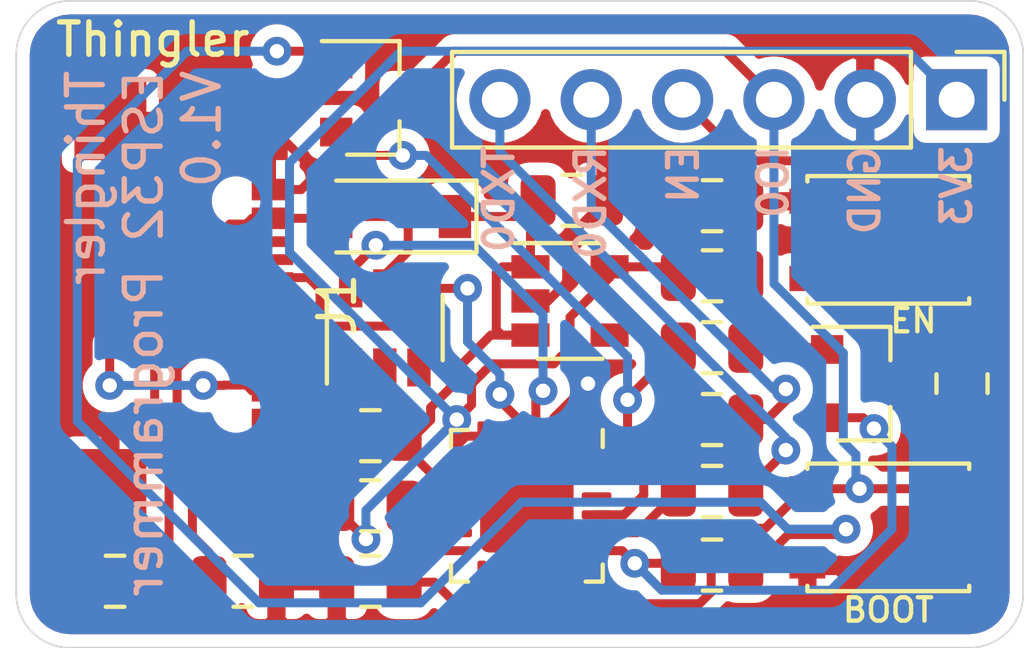
<source format=kicad_pcb>
(kicad_pcb (version 20171130) (host pcbnew "(5.1.4-0-10_14)")

  (general
    (thickness 1.6)
    (drawings 18)
    (tracks 268)
    (zones 0)
    (modules 23)
    (nets 22)
  )

  (page A4)
  (layers
    (0 F.Cu signal)
    (31 B.Cu signal)
    (32 B.Adhes user)
    (33 F.Adhes user)
    (34 B.Paste user)
    (35 F.Paste user)
    (36 B.SilkS user)
    (37 F.SilkS user)
    (38 B.Mask user)
    (39 F.Mask user)
    (40 Dwgs.User user)
    (41 Cmts.User user)
    (42 Eco1.User user)
    (43 Eco2.User user)
    (44 Edge.Cuts user)
    (45 Margin user)
    (46 B.CrtYd user)
    (47 F.CrtYd user)
    (48 B.Fab user hide)
    (49 F.Fab user hide)
  )

  (setup
    (last_trace_width 0.25)
    (trace_clearance 0.2)
    (zone_clearance 0.35)
    (zone_45_only no)
    (trace_min 0.2)
    (via_size 0.8)
    (via_drill 0.4)
    (via_min_size 0.4)
    (via_min_drill 0.3)
    (uvia_size 0.3)
    (uvia_drill 0.1)
    (uvias_allowed no)
    (uvia_min_size 0.2)
    (uvia_min_drill 0.1)
    (edge_width 0.05)
    (segment_width 0.2)
    (pcb_text_width 0.3)
    (pcb_text_size 1.5 1.5)
    (mod_edge_width 0.12)
    (mod_text_size 1 1)
    (mod_text_width 0.15)
    (pad_size 1.524 1.524)
    (pad_drill 0.762)
    (pad_to_mask_clearance 0.051)
    (solder_mask_min_width 0.25)
    (aux_axis_origin 0 0)
    (visible_elements FFFFFF7F)
    (pcbplotparams
      (layerselection 0x010fc_ffffffff)
      (usegerberextensions false)
      (usegerberattributes false)
      (usegerberadvancedattributes false)
      (creategerberjobfile false)
      (excludeedgelayer true)
      (linewidth 0.100000)
      (plotframeref false)
      (viasonmask false)
      (mode 1)
      (useauxorigin false)
      (hpglpennumber 1)
      (hpglpenspeed 20)
      (hpglpendiameter 15.000000)
      (psnegative false)
      (psa4output false)
      (plotreference true)
      (plotvalue true)
      (plotinvisibletext false)
      (padsonsilk false)
      (subtractmaskfromsilk false)
      (outputformat 1)
      (mirror false)
      (drillshape 0)
      (scaleselection 1)
      (outputdirectory "Gerbers/"))
  )

  (net 0 "")
  (net 1 /EN)
  (net 2 GND)
  (net 3 +5V)
  (net 4 /IO0)
  (net 5 +3V3)
  (net 6 "Net-(D1-Pad2)")
  (net 7 /RXD0)
  (net 8 /TXD0)
  (net 9 "Net-(Q1-Pad2)")
  (net 10 "Net-(Q1-Pad1)")
  (net 11 "Net-(Q2-Pad2)")
  (net 12 "Net-(R1-Pad1)")
  (net 13 "Net-(R4-Pad2)")
  (net 14 "Net-(R5-Pad1)")
  (net 15 "Net-(U1-Pad4)")
  (net 16 "Net-(U1-Pad6)")
  (net 17 "Net-(Q2-Pad1)")
  (net 18 "Net-(J1-PadB5)")
  (net 19 "Net-(J1-PadA5)")
  (net 20 "Net-(J1-PadA6)")
  (net 21 "Net-(J1-PadA7)")

  (net_class Default "This is the default net class."
    (clearance 0.2)
    (trace_width 0.25)
    (via_dia 0.8)
    (via_drill 0.4)
    (uvia_dia 0.3)
    (uvia_drill 0.1)
    (add_net +3V3)
    (add_net +5V)
    (add_net /EN)
    (add_net /IO0)
    (add_net /RXD0)
    (add_net /TXD0)
    (add_net GND)
    (add_net "Net-(D1-Pad2)")
    (add_net "Net-(J1-PadA5)")
    (add_net "Net-(J1-PadA6)")
    (add_net "Net-(J1-PadA7)")
    (add_net "Net-(J1-PadB5)")
    (add_net "Net-(Q1-Pad1)")
    (add_net "Net-(Q1-Pad2)")
    (add_net "Net-(Q2-Pad1)")
    (add_net "Net-(Q2-Pad2)")
    (add_net "Net-(R1-Pad1)")
    (add_net "Net-(R4-Pad2)")
    (add_net "Net-(R5-Pad1)")
    (add_net "Net-(U1-Pad4)")
    (add_net "Net-(U1-Pad6)")
  )

  (module Resistor_SMD:R_0805_2012Metric (layer F.Cu) (tedit 5B36C52B) (tstamp 5E654B14)
    (at 59.6 108.8 180)
    (descr "Resistor SMD 0805 (2012 Metric), square (rectangular) end terminal, IPC_7351 nominal, (Body size source: https://docs.google.com/spreadsheets/d/1BsfQQcO9C6DZCsRaXUlFlo91Tg2WpOkGARC1WS5S8t0/edit?usp=sharing), generated with kicad-footprint-generator")
    (tags resistor)
    (path /5E6F87FF)
    (attr smd)
    (fp_text reference R6 (at 0 -1.65) (layer F.SilkS) hide
      (effects (font (size 1 1) (thickness 0.15)))
    )
    (fp_text value 5.1k (at 0 1.65) (layer F.Fab)
      (effects (font (size 1 1) (thickness 0.15)))
    )
    (fp_line (start -1 0.6) (end -1 -0.6) (layer F.Fab) (width 0.1))
    (fp_line (start -1 -0.6) (end 1 -0.6) (layer F.Fab) (width 0.1))
    (fp_line (start 1 -0.6) (end 1 0.6) (layer F.Fab) (width 0.1))
    (fp_line (start 1 0.6) (end -1 0.6) (layer F.Fab) (width 0.1))
    (fp_line (start -0.258578 -0.71) (end 0.258578 -0.71) (layer F.SilkS) (width 0.12))
    (fp_line (start -0.258578 0.71) (end 0.258578 0.71) (layer F.SilkS) (width 0.12))
    (fp_line (start -1.68 0.95) (end -1.68 -0.95) (layer F.CrtYd) (width 0.05))
    (fp_line (start -1.68 -0.95) (end 1.68 -0.95) (layer F.CrtYd) (width 0.05))
    (fp_line (start 1.68 -0.95) (end 1.68 0.95) (layer F.CrtYd) (width 0.05))
    (fp_line (start 1.68 0.95) (end -1.68 0.95) (layer F.CrtYd) (width 0.05))
    (fp_text user %R (at 0 0) (layer F.Fab)
      (effects (font (size 0.5 0.5) (thickness 0.08)))
    )
    (pad 1 smd roundrect (at -0.9375 0 180) (size 0.975 1.4) (layers F.Cu F.Paste F.Mask) (roundrect_rratio 0.25)
      (net 2 GND))
    (pad 2 smd roundrect (at 0.9375 0 180) (size 0.975 1.4) (layers F.Cu F.Paste F.Mask) (roundrect_rratio 0.25)
      (net 18 "Net-(J1-PadB5)"))
    (model ${KISYS3DMOD}/Resistor_SMD.3dshapes/R_0805_2012Metric.wrl
      (at (xyz 0 0 0))
      (scale (xyz 1 1 1))
      (rotate (xyz 0 0 0))
    )
  )

  (module Package_DFN_QFN:QFN-24-1EP_4x4mm_P0.5mm_EP2.6x2.6mm (layer F.Cu) (tedit 5C1FD453) (tstamp 5E308689)
    (at 67.5 106.7 270)
    (descr "QFN, 24 Pin (http://ww1.microchip.com/downloads/en/PackagingSpec/00000049BQ.pdf#page=278), generated with kicad-footprint-generator ipc_dfn_qfn_generator.py")
    (tags "QFN DFN_QFN")
    (path /5E2C9709)
    (attr smd)
    (fp_text reference U3 (at 0 -3.3 90) (layer F.SilkS) hide
      (effects (font (size 1 1) (thickness 0.15)))
    )
    (fp_text value CP2102N-A01-GQFN24 (at 0 3.3 90) (layer F.Fab)
      (effects (font (size 1 1) (thickness 0.15)))
    )
    (fp_line (start 1.635 -2.11) (end 2.11 -2.11) (layer F.SilkS) (width 0.12))
    (fp_line (start 2.11 -2.11) (end 2.11 -1.635) (layer F.SilkS) (width 0.12))
    (fp_line (start -1.635 2.11) (end -2.11 2.11) (layer F.SilkS) (width 0.12))
    (fp_line (start -2.11 2.11) (end -2.11 1.635) (layer F.SilkS) (width 0.12))
    (fp_line (start 1.635 2.11) (end 2.11 2.11) (layer F.SilkS) (width 0.12))
    (fp_line (start 2.11 2.11) (end 2.11 1.635) (layer F.SilkS) (width 0.12))
    (fp_line (start -1.635 -2.11) (end -2.11 -2.11) (layer F.SilkS) (width 0.12))
    (fp_line (start -1 -2) (end 2 -2) (layer F.Fab) (width 0.1))
    (fp_line (start 2 -2) (end 2 2) (layer F.Fab) (width 0.1))
    (fp_line (start 2 2) (end -2 2) (layer F.Fab) (width 0.1))
    (fp_line (start -2 2) (end -2 -1) (layer F.Fab) (width 0.1))
    (fp_line (start -2 -1) (end -1 -2) (layer F.Fab) (width 0.1))
    (fp_line (start -2.6 -2.6) (end -2.6 2.6) (layer F.CrtYd) (width 0.05))
    (fp_line (start -2.6 2.6) (end 2.6 2.6) (layer F.CrtYd) (width 0.05))
    (fp_line (start 2.6 2.6) (end 2.6 -2.6) (layer F.CrtYd) (width 0.05))
    (fp_line (start 2.6 -2.6) (end -2.6 -2.6) (layer F.CrtYd) (width 0.05))
    (fp_text user %R (at 0 0 90) (layer F.Fab)
      (effects (font (size 1 1) (thickness 0.15)))
    )
    (pad 25 smd roundrect (at 0 0 270) (size 2.6 2.6) (layers F.Cu F.Mask) (roundrect_rratio 0.096154)
      (net 2 GND))
    (pad "" smd roundrect (at -0.65 -0.65 270) (size 1.05 1.05) (layers F.Paste) (roundrect_rratio 0.238095))
    (pad "" smd roundrect (at -0.65 0.65 270) (size 1.05 1.05) (layers F.Paste) (roundrect_rratio 0.238095))
    (pad "" smd roundrect (at 0.65 -0.65 270) (size 1.05 1.05) (layers F.Paste) (roundrect_rratio 0.238095))
    (pad "" smd roundrect (at 0.65 0.65 270) (size 1.05 1.05) (layers F.Paste) (roundrect_rratio 0.238095))
    (pad 1 smd roundrect (at -1.9375 -1.25 270) (size 0.825 0.25) (layers F.Cu F.Paste F.Mask) (roundrect_rratio 0.25))
    (pad 2 smd roundrect (at -1.9375 -0.75 270) (size 0.825 0.25) (layers F.Cu F.Paste F.Mask) (roundrect_rratio 0.25)
      (net 2 GND))
    (pad 3 smd roundrect (at -1.9375 -0.25 270) (size 0.825 0.25) (layers F.Cu F.Paste F.Mask) (roundrect_rratio 0.25)
      (net 16 "Net-(U1-Pad6)"))
    (pad 4 smd roundrect (at -1.9375 0.25 270) (size 0.825 0.25) (layers F.Cu F.Paste F.Mask) (roundrect_rratio 0.25)
      (net 15 "Net-(U1-Pad4)"))
    (pad 5 smd roundrect (at -1.9375 0.75 270) (size 0.825 0.25) (layers F.Cu F.Paste F.Mask) (roundrect_rratio 0.25)
      (net 5 +3V3))
    (pad 6 smd roundrect (at -1.9375 1.25 270) (size 0.825 0.25) (layers F.Cu F.Paste F.Mask) (roundrect_rratio 0.25)
      (net 5 +3V3))
    (pad 7 smd roundrect (at -1.25 1.9375 270) (size 0.25 0.825) (layers F.Cu F.Paste F.Mask) (roundrect_rratio 0.25)
      (net 5 +3V3))
    (pad 8 smd roundrect (at -0.75 1.9375 270) (size 0.25 0.825) (layers F.Cu F.Paste F.Mask) (roundrect_rratio 0.25)
      (net 3 +5V))
    (pad 9 smd roundrect (at -0.25 1.9375 270) (size 0.25 0.825) (layers F.Cu F.Paste F.Mask) (roundrect_rratio 0.25)
      (net 12 "Net-(R1-Pad1)"))
    (pad 10 smd roundrect (at 0.25 1.9375 270) (size 0.25 0.825) (layers F.Cu F.Paste F.Mask) (roundrect_rratio 0.25))
    (pad 11 smd roundrect (at 0.75 1.9375 270) (size 0.25 0.825) (layers F.Cu F.Paste F.Mask) (roundrect_rratio 0.25))
    (pad 12 smd roundrect (at 1.25 1.9375 270) (size 0.25 0.825) (layers F.Cu F.Paste F.Mask) (roundrect_rratio 0.25))
    (pad 13 smd roundrect (at 1.9375 1.25 270) (size 0.825 0.25) (layers F.Cu F.Paste F.Mask) (roundrect_rratio 0.25))
    (pad 14 smd roundrect (at 1.9375 0.75 270) (size 0.825 0.25) (layers F.Cu F.Paste F.Mask) (roundrect_rratio 0.25))
    (pad 15 smd roundrect (at 1.9375 0.25 270) (size 0.825 0.25) (layers F.Cu F.Paste F.Mask) (roundrect_rratio 0.25))
    (pad 16 smd roundrect (at 1.9375 -0.25 270) (size 0.825 0.25) (layers F.Cu F.Paste F.Mask) (roundrect_rratio 0.25))
    (pad 17 smd roundrect (at 1.9375 -0.75 270) (size 0.825 0.25) (layers F.Cu F.Paste F.Mask) (roundrect_rratio 0.25))
    (pad 18 smd roundrect (at 1.9375 -1.25 270) (size 0.825 0.25) (layers F.Cu F.Paste F.Mask) (roundrect_rratio 0.25))
    (pad 19 smd roundrect (at 1.25 -1.9375 270) (size 0.25 0.825) (layers F.Cu F.Paste F.Mask) (roundrect_rratio 0.25)
      (net 11 "Net-(Q2-Pad2)"))
    (pad 20 smd roundrect (at 0.75 -1.9375 270) (size 0.25 0.825) (layers F.Cu F.Paste F.Mask) (roundrect_rratio 0.25)
      (net 14 "Net-(R5-Pad1)"))
    (pad 21 smd roundrect (at 0.25 -1.9375 270) (size 0.25 0.825) (layers F.Cu F.Paste F.Mask) (roundrect_rratio 0.25)
      (net 13 "Net-(R4-Pad2)"))
    (pad 22 smd roundrect (at -0.25 -1.9375 270) (size 0.25 0.825) (layers F.Cu F.Paste F.Mask) (roundrect_rratio 0.25))
    (pad 23 smd roundrect (at -0.75 -1.9375 270) (size 0.25 0.825) (layers F.Cu F.Paste F.Mask) (roundrect_rratio 0.25)
      (net 9 "Net-(Q1-Pad2)"))
    (pad 24 smd roundrect (at -1.25 -1.9375 270) (size 0.25 0.825) (layers F.Cu F.Paste F.Mask) (roundrect_rratio 0.25))
    (model ${KISYS3DMOD}/Package_DFN_QFN.3dshapes/QFN-24-1EP_4x4mm_P0.5mm_EP2.6x2.6mm.wrl
      (at (xyz 0 0 0))
      (scale (xyz 1 1 1))
      (rotate (xyz 0 0 0))
    )
  )

  (module Resistor_SMD:R_0805_2012Metric (layer F.Cu) (tedit 5B36C52B) (tstamp 5E654B25)
    (at 56.05 108.8)
    (descr "Resistor SMD 0805 (2012 Metric), square (rectangular) end terminal, IPC_7351 nominal, (Body size source: https://docs.google.com/spreadsheets/d/1BsfQQcO9C6DZCsRaXUlFlo91Tg2WpOkGARC1WS5S8t0/edit?usp=sharing), generated with kicad-footprint-generator")
    (tags resistor)
    (path /5E6F601B)
    (attr smd)
    (fp_text reference R7 (at 0 -1.65) (layer F.SilkS) hide
      (effects (font (size 1 1) (thickness 0.15)))
    )
    (fp_text value 5.1k (at 0 1.65) (layer F.Fab)
      (effects (font (size 1 1) (thickness 0.15)))
    )
    (fp_line (start -1 0.6) (end -1 -0.6) (layer F.Fab) (width 0.1))
    (fp_line (start -1 -0.6) (end 1 -0.6) (layer F.Fab) (width 0.1))
    (fp_line (start 1 -0.6) (end 1 0.6) (layer F.Fab) (width 0.1))
    (fp_line (start 1 0.6) (end -1 0.6) (layer F.Fab) (width 0.1))
    (fp_line (start -0.258578 -0.71) (end 0.258578 -0.71) (layer F.SilkS) (width 0.12))
    (fp_line (start -0.258578 0.71) (end 0.258578 0.71) (layer F.SilkS) (width 0.12))
    (fp_line (start -1.68 0.95) (end -1.68 -0.95) (layer F.CrtYd) (width 0.05))
    (fp_line (start -1.68 -0.95) (end 1.68 -0.95) (layer F.CrtYd) (width 0.05))
    (fp_line (start 1.68 -0.95) (end 1.68 0.95) (layer F.CrtYd) (width 0.05))
    (fp_line (start 1.68 0.95) (end -1.68 0.95) (layer F.CrtYd) (width 0.05))
    (fp_text user %R (at 0 0) (layer F.Fab)
      (effects (font (size 0.5 0.5) (thickness 0.08)))
    )
    (pad 1 smd roundrect (at -0.9375 0) (size 0.975 1.4) (layers F.Cu F.Paste F.Mask) (roundrect_rratio 0.25)
      (net 2 GND))
    (pad 2 smd roundrect (at 0.9375 0) (size 0.975 1.4) (layers F.Cu F.Paste F.Mask) (roundrect_rratio 0.25)
      (net 19 "Net-(J1-PadA5)"))
    (model ${KISYS3DMOD}/Resistor_SMD.3dshapes/R_0805_2012Metric.wrl
      (at (xyz 0 0 0))
      (scale (xyz 1 1 1))
      (rotate (xyz 0 0 0))
    )
  )

  (module Diode_SMD:D_SOD-123 (layer F.Cu) (tedit 58645DC7) (tstamp 5E3084CC)
    (at 63.85 98.65 180)
    (descr SOD-123)
    (tags SOD-123)
    (path /5E2CC831)
    (attr smd)
    (fp_text reference D1 (at 0 -2) (layer F.SilkS) hide
      (effects (font (size 1 1) (thickness 0.15)))
    )
    (fp_text value D_Schottky (at 0 2.1) (layer F.Fab)
      (effects (font (size 1 1) (thickness 0.15)))
    )
    (fp_text user %R (at 0 -2) (layer F.Fab)
      (effects (font (size 1 1) (thickness 0.15)))
    )
    (fp_line (start -2.25 -1) (end -2.25 1) (layer F.SilkS) (width 0.12))
    (fp_line (start 0.25 0) (end 0.75 0) (layer F.Fab) (width 0.1))
    (fp_line (start 0.25 0.4) (end -0.35 0) (layer F.Fab) (width 0.1))
    (fp_line (start 0.25 -0.4) (end 0.25 0.4) (layer F.Fab) (width 0.1))
    (fp_line (start -0.35 0) (end 0.25 -0.4) (layer F.Fab) (width 0.1))
    (fp_line (start -0.35 0) (end -0.35 0.55) (layer F.Fab) (width 0.1))
    (fp_line (start -0.35 0) (end -0.35 -0.55) (layer F.Fab) (width 0.1))
    (fp_line (start -0.75 0) (end -0.35 0) (layer F.Fab) (width 0.1))
    (fp_line (start -1.4 0.9) (end -1.4 -0.9) (layer F.Fab) (width 0.1))
    (fp_line (start 1.4 0.9) (end -1.4 0.9) (layer F.Fab) (width 0.1))
    (fp_line (start 1.4 -0.9) (end 1.4 0.9) (layer F.Fab) (width 0.1))
    (fp_line (start -1.4 -0.9) (end 1.4 -0.9) (layer F.Fab) (width 0.1))
    (fp_line (start -2.35 -1.15) (end 2.35 -1.15) (layer F.CrtYd) (width 0.05))
    (fp_line (start 2.35 -1.15) (end 2.35 1.15) (layer F.CrtYd) (width 0.05))
    (fp_line (start 2.35 1.15) (end -2.35 1.15) (layer F.CrtYd) (width 0.05))
    (fp_line (start -2.35 -1.15) (end -2.35 1.15) (layer F.CrtYd) (width 0.05))
    (fp_line (start -2.25 1) (end 1.65 1) (layer F.SilkS) (width 0.12))
    (fp_line (start -2.25 -1) (end 1.65 -1) (layer F.SilkS) (width 0.12))
    (pad 1 smd rect (at -1.65 0 180) (size 0.9 1.2) (layers F.Cu F.Paste F.Mask)
      (net 3 +5V))
    (pad 2 smd rect (at 1.65 0 180) (size 0.9 1.2) (layers F.Cu F.Paste F.Mask)
      (net 6 "Net-(D1-Pad2)"))
    (model ${KISYS3DMOD}/Diode_SMD.3dshapes/D_SOD-123.wrl
      (at (xyz 0 0 0))
      (scale (xyz 1 1 1))
      (rotate (xyz 0 0 0))
    )
  )

  (module Capacitor_SMD:C_0805_2012Metric (layer F.Cu) (tedit 5B36C52B) (tstamp 5E6CE972)
    (at 63.15 108.8)
    (descr "Capacitor SMD 0805 (2012 Metric), square (rectangular) end terminal, IPC_7351 nominal, (Body size source: https://docs.google.com/spreadsheets/d/1BsfQQcO9C6DZCsRaXUlFlo91Tg2WpOkGARC1WS5S8t0/edit?usp=sharing), generated with kicad-footprint-generator")
    (tags capacitor)
    (path /5E4D8CE8)
    (attr smd)
    (fp_text reference C3 (at 0 -1.65) (layer F.SilkS) hide
      (effects (font (size 1 1) (thickness 0.15)))
    )
    (fp_text value 100n (at 0 1.65) (layer F.Fab)
      (effects (font (size 1 1) (thickness 0.15)))
    )
    (fp_line (start -1 0.6) (end -1 -0.6) (layer F.Fab) (width 0.1))
    (fp_line (start -1 -0.6) (end 1 -0.6) (layer F.Fab) (width 0.1))
    (fp_line (start 1 -0.6) (end 1 0.6) (layer F.Fab) (width 0.1))
    (fp_line (start 1 0.6) (end -1 0.6) (layer F.Fab) (width 0.1))
    (fp_line (start -0.258578 -0.71) (end 0.258578 -0.71) (layer F.SilkS) (width 0.12))
    (fp_line (start -0.258578 0.71) (end 0.258578 0.71) (layer F.SilkS) (width 0.12))
    (fp_line (start -1.68 0.95) (end -1.68 -0.95) (layer F.CrtYd) (width 0.05))
    (fp_line (start -1.68 -0.95) (end 1.68 -0.95) (layer F.CrtYd) (width 0.05))
    (fp_line (start 1.68 -0.95) (end 1.68 0.95) (layer F.CrtYd) (width 0.05))
    (fp_line (start 1.68 0.95) (end -1.68 0.95) (layer F.CrtYd) (width 0.05))
    (fp_text user %R (at 0 0) (layer F.Fab)
      (effects (font (size 0.5 0.5) (thickness 0.08)))
    )
    (pad 1 smd roundrect (at -0.9375 0) (size 0.975 1.4) (layers F.Cu F.Paste F.Mask) (roundrect_rratio 0.25)
      (net 2 GND))
    (pad 2 smd roundrect (at 0.9375 0) (size 0.975 1.4) (layers F.Cu F.Paste F.Mask) (roundrect_rratio 0.25)
      (net 4 /IO0))
    (model ${KISYS3DMOD}/Capacitor_SMD.3dshapes/C_0805_2012Metric.wrl
      (at (xyz 0 0 0))
      (scale (xyz 1 1 1))
      (rotate (xyz 0 0 0))
    )
  )

  (module Resistor_SMD:R_0805_2012Metric (layer F.Cu) (tedit 5B36C52B) (tstamp 5E526033)
    (at 72.65 106.3)
    (descr "Resistor SMD 0805 (2012 Metric), square (rectangular) end terminal, IPC_7351 nominal, (Body size source: https://docs.google.com/spreadsheets/d/1BsfQQcO9C6DZCsRaXUlFlo91Tg2WpOkGARC1WS5S8t0/edit?usp=sharing), generated with kicad-footprint-generator")
    (tags resistor)
    (path /5E35DC78)
    (attr smd)
    (fp_text reference R5 (at 0 -1.65) (layer F.SilkS) hide
      (effects (font (size 1 1) (thickness 0.15)))
    )
    (fp_text value 1k (at 0 1.65) (layer F.Fab)
      (effects (font (size 1 1) (thickness 0.15)))
    )
    (fp_line (start -1 0.6) (end -1 -0.6) (layer F.Fab) (width 0.1))
    (fp_line (start -1 -0.6) (end 1 -0.6) (layer F.Fab) (width 0.1))
    (fp_line (start 1 -0.6) (end 1 0.6) (layer F.Fab) (width 0.1))
    (fp_line (start 1 0.6) (end -1 0.6) (layer F.Fab) (width 0.1))
    (fp_line (start -0.258578 -0.71) (end 0.258578 -0.71) (layer F.SilkS) (width 0.12))
    (fp_line (start -0.258578 0.71) (end 0.258578 0.71) (layer F.SilkS) (width 0.12))
    (fp_line (start -1.68 0.95) (end -1.68 -0.95) (layer F.CrtYd) (width 0.05))
    (fp_line (start -1.68 -0.95) (end 1.68 -0.95) (layer F.CrtYd) (width 0.05))
    (fp_line (start 1.68 -0.95) (end 1.68 0.95) (layer F.CrtYd) (width 0.05))
    (fp_line (start 1.68 0.95) (end -1.68 0.95) (layer F.CrtYd) (width 0.05))
    (fp_text user %R (at 0 0) (layer F.Fab)
      (effects (font (size 0.5 0.5) (thickness 0.08)))
    )
    (pad 1 smd roundrect (at -0.9375 0) (size 0.975 1.4) (layers F.Cu F.Paste F.Mask) (roundrect_rratio 0.25)
      (net 14 "Net-(R5-Pad1)"))
    (pad 2 smd roundrect (at 0.9375 0) (size 0.975 1.4) (layers F.Cu F.Paste F.Mask) (roundrect_rratio 0.25)
      (net 8 /TXD0))
    (model ${KISYS3DMOD}/Resistor_SMD.3dshapes/R_0805_2012Metric.wrl
      (at (xyz 0 0 0))
      (scale (xyz 1 1 1))
      (rotate (xyz 0 0 0))
    )
  )

  (module Package_TO_SOT_SMD:SOT-23-5 (layer F.Cu) (tedit 5A02FF57) (tstamp 5E335108)
    (at 68.7 101)
    (descr "5-pin SOT23 package")
    (tags SOT-23-5)
    (path /5E2CD1A7)
    (attr smd)
    (fp_text reference U2 (at 0 -2.9) (layer F.SilkS) hide
      (effects (font (size 1 1) (thickness 0.15)))
    )
    (fp_text value TLV757P (at 0 2.9) (layer F.Fab)
      (effects (font (size 1 1) (thickness 0.15)))
    )
    (fp_text user %R (at 0 0 90) (layer F.Fab)
      (effects (font (size 0.5 0.5) (thickness 0.075)))
    )
    (fp_line (start -0.9 1.61) (end 0.9 1.61) (layer F.SilkS) (width 0.12))
    (fp_line (start 0.9 -1.61) (end -1.55 -1.61) (layer F.SilkS) (width 0.12))
    (fp_line (start -1.9 -1.8) (end 1.9 -1.8) (layer F.CrtYd) (width 0.05))
    (fp_line (start 1.9 -1.8) (end 1.9 1.8) (layer F.CrtYd) (width 0.05))
    (fp_line (start 1.9 1.8) (end -1.9 1.8) (layer F.CrtYd) (width 0.05))
    (fp_line (start -1.9 1.8) (end -1.9 -1.8) (layer F.CrtYd) (width 0.05))
    (fp_line (start -0.9 -0.9) (end -0.25 -1.55) (layer F.Fab) (width 0.1))
    (fp_line (start 0.9 -1.55) (end -0.25 -1.55) (layer F.Fab) (width 0.1))
    (fp_line (start -0.9 -0.9) (end -0.9 1.55) (layer F.Fab) (width 0.1))
    (fp_line (start 0.9 1.55) (end -0.9 1.55) (layer F.Fab) (width 0.1))
    (fp_line (start 0.9 -1.55) (end 0.9 1.55) (layer F.Fab) (width 0.1))
    (pad 1 smd rect (at -1.1 -0.95) (size 1.06 0.65) (layers F.Cu F.Paste F.Mask)
      (net 3 +5V))
    (pad 2 smd rect (at -1.1 0) (size 1.06 0.65) (layers F.Cu F.Paste F.Mask)
      (net 2 GND))
    (pad 3 smd rect (at -1.1 0.95) (size 1.06 0.65) (layers F.Cu F.Paste F.Mask)
      (net 3 +5V))
    (pad 4 smd rect (at 1.1 0.95) (size 1.06 0.65) (layers F.Cu F.Paste F.Mask))
    (pad 5 smd rect (at 1.1 -0.95) (size 1.06 0.65) (layers F.Cu F.Paste F.Mask)
      (net 5 +3V3))
    (model ${KISYS3DMOD}/Package_TO_SOT_SMD.3dshapes/SOT-23-5.wrl
      (at (xyz 0 0 0))
      (scale (xyz 1 1 1))
      (rotate (xyz 0 0 0))
    )
  )

  (module Connector_PinHeader_2.54mm:PinHeader_1x06_P2.54mm_Vertical (layer F.Cu) (tedit 59FED5CC) (tstamp 5E52D656)
    (at 79.45 95.4 270)
    (descr "Through hole straight pin header, 1x06, 2.54mm pitch, single row")
    (tags "Through hole pin header THT 1x06 2.54mm single row")
    (path /5E58A485)
    (fp_text reference J2 (at 0 -2.33 90) (layer F.SilkS) hide
      (effects (font (size 1 1) (thickness 0.15)))
    )
    (fp_text value Conn_01x06 (at 0 15.03 90) (layer F.Fab)
      (effects (font (size 1 1) (thickness 0.15)))
    )
    (fp_line (start -0.635 -1.27) (end 1.27 -1.27) (layer F.Fab) (width 0.1))
    (fp_line (start 1.27 -1.27) (end 1.27 13.97) (layer F.Fab) (width 0.1))
    (fp_line (start 1.27 13.97) (end -1.27 13.97) (layer F.Fab) (width 0.1))
    (fp_line (start -1.27 13.97) (end -1.27 -0.635) (layer F.Fab) (width 0.1))
    (fp_line (start -1.27 -0.635) (end -0.635 -1.27) (layer F.Fab) (width 0.1))
    (fp_line (start -1.33 14.03) (end 1.33 14.03) (layer F.SilkS) (width 0.12))
    (fp_line (start -1.33 1.27) (end -1.33 14.03) (layer F.SilkS) (width 0.12))
    (fp_line (start 1.33 1.27) (end 1.33 14.03) (layer F.SilkS) (width 0.12))
    (fp_line (start -1.33 1.27) (end 1.33 1.27) (layer F.SilkS) (width 0.12))
    (fp_line (start -1.33 0) (end -1.33 -1.33) (layer F.SilkS) (width 0.12))
    (fp_line (start -1.33 -1.33) (end 0 -1.33) (layer F.SilkS) (width 0.12))
    (fp_line (start -1.8 -1.8) (end -1.8 14.5) (layer F.CrtYd) (width 0.05))
    (fp_line (start -1.8 14.5) (end 1.8 14.5) (layer F.CrtYd) (width 0.05))
    (fp_line (start 1.8 14.5) (end 1.8 -1.8) (layer F.CrtYd) (width 0.05))
    (fp_line (start 1.8 -1.8) (end -1.8 -1.8) (layer F.CrtYd) (width 0.05))
    (fp_text user %R (at 0 6.35) (layer F.Fab)
      (effects (font (size 1 1) (thickness 0.15)))
    )
    (pad 1 thru_hole rect (at 0 0 270) (size 1.7 1.7) (drill 1) (layers *.Cu *.Mask)
      (net 5 +3V3))
    (pad 2 thru_hole oval (at 0 2.54 270) (size 1.7 1.7) (drill 1) (layers *.Cu *.Mask)
      (net 2 GND))
    (pad 3 thru_hole oval (at 0 5.08 270) (size 1.7 1.7) (drill 1) (layers *.Cu *.Mask)
      (net 4 /IO0))
    (pad 4 thru_hole oval (at 0 7.62 270) (size 1.7 1.7) (drill 1) (layers *.Cu *.Mask)
      (net 1 /EN))
    (pad 5 thru_hole oval (at 0 10.16 270) (size 1.7 1.7) (drill 1) (layers *.Cu *.Mask)
      (net 7 /RXD0))
    (pad 6 thru_hole oval (at 0 12.7 270) (size 1.7 1.7) (drill 1) (layers *.Cu *.Mask)
      (net 8 /TXD0))
    (model ${KISYS3DMOD}/Connector_PinHeader_2.54mm.3dshapes/PinHeader_1x06_P2.54mm_Vertical.wrl
      (at (xyz 0 0 0))
      (scale (xyz 1 1 1))
      (rotate (xyz 0 0 0))
    )
  )

  (module Package_TO_SOT_SMD:SOT-23-6 (layer F.Cu) (tedit 5A02FF57) (tstamp 5E30848A)
    (at 63.55 101.75 90)
    (descr "6-pin SOT-23 package")
    (tags SOT-23-6)
    (path /5E2C6AA8)
    (attr smd)
    (fp_text reference U1 (at 0 -2.9 90) (layer F.SilkS) hide
      (effects (font (size 1 1) (thickness 0.15)))
    )
    (fp_text value USBLC6-2SC6 (at 0 2.9 90) (layer F.Fab)
      (effects (font (size 1 1) (thickness 0.15)))
    )
    (fp_text user %R (at 0 0) (layer F.Fab)
      (effects (font (size 0.5 0.5) (thickness 0.075)))
    )
    (fp_line (start -0.9 1.61) (end 0.9 1.61) (layer F.SilkS) (width 0.12))
    (fp_line (start 0.9 -1.61) (end -1.55 -1.61) (layer F.SilkS) (width 0.12))
    (fp_line (start 1.9 -1.8) (end -1.9 -1.8) (layer F.CrtYd) (width 0.05))
    (fp_line (start 1.9 1.8) (end 1.9 -1.8) (layer F.CrtYd) (width 0.05))
    (fp_line (start -1.9 1.8) (end 1.9 1.8) (layer F.CrtYd) (width 0.05))
    (fp_line (start -1.9 -1.8) (end -1.9 1.8) (layer F.CrtYd) (width 0.05))
    (fp_line (start -0.9 -0.9) (end -0.25 -1.55) (layer F.Fab) (width 0.1))
    (fp_line (start 0.9 -1.55) (end -0.25 -1.55) (layer F.Fab) (width 0.1))
    (fp_line (start -0.9 -0.9) (end -0.9 1.55) (layer F.Fab) (width 0.1))
    (fp_line (start 0.9 1.55) (end -0.9 1.55) (layer F.Fab) (width 0.1))
    (fp_line (start 0.9 -1.55) (end 0.9 1.55) (layer F.Fab) (width 0.1))
    (pad 1 smd rect (at -1.1 -0.95 90) (size 1.06 0.65) (layers F.Cu F.Paste F.Mask)
      (net 20 "Net-(J1-PadA6)"))
    (pad 2 smd rect (at -1.1 0 90) (size 1.06 0.65) (layers F.Cu F.Paste F.Mask)
      (net 2 GND))
    (pad 3 smd rect (at -1.1 0.95 90) (size 1.06 0.65) (layers F.Cu F.Paste F.Mask)
      (net 21 "Net-(J1-PadA7)"))
    (pad 4 smd rect (at 1.1 0.95 90) (size 1.06 0.65) (layers F.Cu F.Paste F.Mask)
      (net 15 "Net-(U1-Pad4)"))
    (pad 6 smd rect (at 1.1 -0.95 90) (size 1.06 0.65) (layers F.Cu F.Paste F.Mask)
      (net 16 "Net-(U1-Pad6)"))
    (pad 5 smd rect (at 1.1 0 90) (size 1.06 0.65) (layers F.Cu F.Paste F.Mask)
      (net 6 "Net-(D1-Pad2)"))
    (model ${KISYS3DMOD}/Package_TO_SOT_SMD.3dshapes/SOT-23-6.wrl
      (at (xyz 0 0 0))
      (scale (xyz 1 1 1))
      (rotate (xyz 0 0 0))
    )
  )

  (module Package_TO_SOT_SMD:SOT-23 (layer F.Cu) (tedit 5A02FF57) (tstamp 5E655040)
    (at 63.2 95.35)
    (descr "SOT-23, Standard")
    (tags SOT-23)
    (path /5E547363)
    (attr smd)
    (fp_text reference Q1 (at 0 -2.5) (layer F.SilkS) hide
      (effects (font (size 1 1) (thickness 0.15)))
    )
    (fp_text value SS8050-G (at 0 2.5) (layer F.Fab)
      (effects (font (size 1 1) (thickness 0.15)))
    )
    (fp_text user %R (at 0 0 90) (layer F.Fab)
      (effects (font (size 0.5 0.5) (thickness 0.075)))
    )
    (fp_line (start -0.7 -0.95) (end -0.7 1.5) (layer F.Fab) (width 0.1))
    (fp_line (start -0.15 -1.52) (end 0.7 -1.52) (layer F.Fab) (width 0.1))
    (fp_line (start -0.7 -0.95) (end -0.15 -1.52) (layer F.Fab) (width 0.1))
    (fp_line (start 0.7 -1.52) (end 0.7 1.52) (layer F.Fab) (width 0.1))
    (fp_line (start -0.7 1.52) (end 0.7 1.52) (layer F.Fab) (width 0.1))
    (fp_line (start 0.76 1.58) (end 0.76 0.65) (layer F.SilkS) (width 0.12))
    (fp_line (start 0.76 -1.58) (end 0.76 -0.65) (layer F.SilkS) (width 0.12))
    (fp_line (start -1.7 -1.75) (end 1.7 -1.75) (layer F.CrtYd) (width 0.05))
    (fp_line (start 1.7 -1.75) (end 1.7 1.75) (layer F.CrtYd) (width 0.05))
    (fp_line (start 1.7 1.75) (end -1.7 1.75) (layer F.CrtYd) (width 0.05))
    (fp_line (start -1.7 1.75) (end -1.7 -1.75) (layer F.CrtYd) (width 0.05))
    (fp_line (start 0.76 -1.58) (end -1.4 -1.58) (layer F.SilkS) (width 0.12))
    (fp_line (start 0.76 1.58) (end -0.7 1.58) (layer F.SilkS) (width 0.12))
    (pad 1 smd rect (at -1 -0.95) (size 0.9 0.8) (layers F.Cu F.Paste F.Mask)
      (net 10 "Net-(Q1-Pad1)"))
    (pad 2 smd rect (at -1 0.95) (size 0.9 0.8) (layers F.Cu F.Paste F.Mask)
      (net 9 "Net-(Q1-Pad2)"))
    (pad 3 smd rect (at 1 0) (size 0.9 0.8) (layers F.Cu F.Paste F.Mask)
      (net 4 /IO0))
    (model ${KISYS3DMOD}/Package_TO_SOT_SMD.3dshapes/SOT-23.wrl
      (at (xyz 0 0 0))
      (scale (xyz 1 1 1))
      (rotate (xyz 0 0 0))
    )
  )

  (module Package_TO_SOT_SMD:SOT-23 (layer F.Cu) (tedit 5A02FF57) (tstamp 5E528E63)
    (at 76.85 103.3)
    (descr "SOT-23, Standard")
    (tags SOT-23)
    (path /5E548ACB)
    (attr smd)
    (fp_text reference Q2 (at 0 -2.5) (layer F.SilkS) hide
      (effects (font (size 1 1) (thickness 0.15)))
    )
    (fp_text value SS8050-G (at 0 2.5) (layer F.Fab)
      (effects (font (size 1 1) (thickness 0.15)))
    )
    (fp_line (start 0.76 1.58) (end -0.7 1.58) (layer F.SilkS) (width 0.12))
    (fp_line (start 0.76 -1.58) (end -1.4 -1.58) (layer F.SilkS) (width 0.12))
    (fp_line (start -1.7 1.75) (end -1.7 -1.75) (layer F.CrtYd) (width 0.05))
    (fp_line (start 1.7 1.75) (end -1.7 1.75) (layer F.CrtYd) (width 0.05))
    (fp_line (start 1.7 -1.75) (end 1.7 1.75) (layer F.CrtYd) (width 0.05))
    (fp_line (start -1.7 -1.75) (end 1.7 -1.75) (layer F.CrtYd) (width 0.05))
    (fp_line (start 0.76 -1.58) (end 0.76 -0.65) (layer F.SilkS) (width 0.12))
    (fp_line (start 0.76 1.58) (end 0.76 0.65) (layer F.SilkS) (width 0.12))
    (fp_line (start -0.7 1.52) (end 0.7 1.52) (layer F.Fab) (width 0.1))
    (fp_line (start 0.7 -1.52) (end 0.7 1.52) (layer F.Fab) (width 0.1))
    (fp_line (start -0.7 -0.95) (end -0.15 -1.52) (layer F.Fab) (width 0.1))
    (fp_line (start -0.15 -1.52) (end 0.7 -1.52) (layer F.Fab) (width 0.1))
    (fp_line (start -0.7 -0.95) (end -0.7 1.5) (layer F.Fab) (width 0.1))
    (fp_text user %R (at 0 0 90) (layer F.Fab)
      (effects (font (size 0.5 0.5) (thickness 0.075)))
    )
    (pad 3 smd rect (at 1 0) (size 0.9 0.8) (layers F.Cu F.Paste F.Mask)
      (net 1 /EN))
    (pad 2 smd rect (at -1 0.95) (size 0.9 0.8) (layers F.Cu F.Paste F.Mask)
      (net 11 "Net-(Q2-Pad2)"))
    (pad 1 smd rect (at -1 -0.95) (size 0.9 0.8) (layers F.Cu F.Paste F.Mask)
      (net 17 "Net-(Q2-Pad1)"))
    (model ${KISYS3DMOD}/Package_TO_SOT_SMD.3dshapes/SOT-23.wrl
      (at (xyz 0 0 0))
      (scale (xyz 1 1 1))
      (rotate (xyz 0 0 0))
    )
  )

  (module "esp32-programmer:PTS 815" (layer F.Cu) (tedit 5E525A09) (tstamp 5E52B7DE)
    (at 77.55 99.3)
    (path /5E4DC2AA)
    (fp_text reference SW1 (at -0.025 2.725) (layer F.SilkS) hide
      (effects (font (size 1 1) (thickness 0.15)))
    )
    (fp_text value EN (at 0 -2.65) (layer F.Fab)
      (effects (font (size 1 1) (thickness 0.15)))
    )
    (fp_line (start 2.9 1.9) (end 2.9 -1.9) (layer F.CrtYd) (width 0.05))
    (fp_line (start 2.9 -1.9) (end -2.9 -1.9) (layer F.CrtYd) (width 0.05))
    (fp_line (start -2.9 -1.9) (end -2.9 1.9) (layer F.CrtYd) (width 0.05))
    (fp_line (start -2.9 1.9) (end 2.9 1.9) (layer F.CrtYd) (width 0.05))
    (fp_line (start 2.25 -1.625) (end 2.25 -1.775) (layer F.SilkS) (width 0.12))
    (fp_line (start 2.25 -1.775) (end -2.25 -1.775) (layer F.SilkS) (width 0.12))
    (fp_line (start -2.25 -1.775) (end -2.25 -1.625) (layer F.SilkS) (width 0.12))
    (fp_line (start 2.25 1.775) (end -2.25 1.775) (layer F.SilkS) (width 0.12))
    (fp_line (start -2.25 1.625) (end -2.25 1.775) (layer F.SilkS) (width 0.12))
    (fp_line (start 2.25 1.775) (end 2.25 1.625) (layer F.SilkS) (width 0.12))
    (pad 2 smd rect (at 2.25 1.075) (size 1 0.7) (layers F.Cu F.Paste F.Mask)
      (net 1 /EN))
    (pad 1 smd rect (at 2.25 -1.075) (size 1 0.7) (layers F.Cu F.Paste F.Mask)
      (net 2 GND))
    (pad 1 smd rect (at -2.25 -1.075) (size 1 0.7) (layers F.Cu F.Paste F.Mask)
      (net 2 GND))
    (pad 2 smd rect (at -2.25 1.075) (size 1 0.7) (layers F.Cu F.Paste F.Mask)
      (net 1 /EN))
  )

  (module "esp32-programmer:PTS 815" (layer F.Cu) (tedit 5E525A09) (tstamp 5E525BBD)
    (at 77.55 107.3 180)
    (path /5E4DDC19)
    (fp_text reference SW2 (at -0.025 2.725) (layer F.SilkS) hide
      (effects (font (size 1 1) (thickness 0.15)))
    )
    (fp_text value BOOT (at 0 -2.65) (layer F.Fab)
      (effects (font (size 1 1) (thickness 0.15)))
    )
    (fp_line (start 2.25 1.775) (end 2.25 1.625) (layer F.SilkS) (width 0.12))
    (fp_line (start -2.25 1.625) (end -2.25 1.775) (layer F.SilkS) (width 0.12))
    (fp_line (start 2.25 1.775) (end -2.25 1.775) (layer F.SilkS) (width 0.12))
    (fp_line (start -2.25 -1.775) (end -2.25 -1.625) (layer F.SilkS) (width 0.12))
    (fp_line (start 2.25 -1.775) (end -2.25 -1.775) (layer F.SilkS) (width 0.12))
    (fp_line (start 2.25 -1.625) (end 2.25 -1.775) (layer F.SilkS) (width 0.12))
    (fp_line (start -2.9 1.9) (end 2.9 1.9) (layer F.CrtYd) (width 0.05))
    (fp_line (start -2.9 -1.9) (end -2.9 1.9) (layer F.CrtYd) (width 0.05))
    (fp_line (start 2.9 -1.9) (end -2.9 -1.9) (layer F.CrtYd) (width 0.05))
    (fp_line (start 2.9 1.9) (end 2.9 -1.9) (layer F.CrtYd) (width 0.05))
    (pad 2 smd rect (at -2.25 1.075 180) (size 1 0.7) (layers F.Cu F.Paste F.Mask)
      (net 4 /IO0))
    (pad 1 smd rect (at -2.25 -1.075 180) (size 1 0.7) (layers F.Cu F.Paste F.Mask)
      (net 2 GND))
    (pad 1 smd rect (at 2.25 -1.075 180) (size 1 0.7) (layers F.Cu F.Paste F.Mask)
      (net 2 GND))
    (pad 2 smd rect (at 2.25 1.075 180) (size 1 0.7) (layers F.Cu F.Paste F.Mask)
      (net 4 /IO0))
  )

  (module Capacitor_SMD:C_0805_2012Metric (layer F.Cu) (tedit 5B36C52B) (tstamp 5E525DC4)
    (at 79.6 103.3 90)
    (descr "Capacitor SMD 0805 (2012 Metric), square (rectangular) end terminal, IPC_7351 nominal, (Body size source: https://docs.google.com/spreadsheets/d/1BsfQQcO9C6DZCsRaXUlFlo91Tg2WpOkGARC1WS5S8t0/edit?usp=sharing), generated with kicad-footprint-generator")
    (tags capacitor)
    (path /5E4D90B4)
    (attr smd)
    (fp_text reference C1 (at 0 -1.65 90) (layer F.SilkS) hide
      (effects (font (size 1 1) (thickness 0.15)))
    )
    (fp_text value 100n (at 0 1.65 90) (layer F.Fab)
      (effects (font (size 1 1) (thickness 0.15)))
    )
    (fp_text user %R (at 0 0 90) (layer F.Fab)
      (effects (font (size 0.5 0.5) (thickness 0.08)))
    )
    (fp_line (start 1.68 0.95) (end -1.68 0.95) (layer F.CrtYd) (width 0.05))
    (fp_line (start 1.68 -0.95) (end 1.68 0.95) (layer F.CrtYd) (width 0.05))
    (fp_line (start -1.68 -0.95) (end 1.68 -0.95) (layer F.CrtYd) (width 0.05))
    (fp_line (start -1.68 0.95) (end -1.68 -0.95) (layer F.CrtYd) (width 0.05))
    (fp_line (start -0.258578 0.71) (end 0.258578 0.71) (layer F.SilkS) (width 0.12))
    (fp_line (start -0.258578 -0.71) (end 0.258578 -0.71) (layer F.SilkS) (width 0.12))
    (fp_line (start 1 0.6) (end -1 0.6) (layer F.Fab) (width 0.1))
    (fp_line (start 1 -0.6) (end 1 0.6) (layer F.Fab) (width 0.1))
    (fp_line (start -1 -0.6) (end 1 -0.6) (layer F.Fab) (width 0.1))
    (fp_line (start -1 0.6) (end -1 -0.6) (layer F.Fab) (width 0.1))
    (pad 2 smd roundrect (at 0.9375 0 90) (size 0.975 1.4) (layers F.Cu F.Paste F.Mask) (roundrect_rratio 0.25)
      (net 1 /EN))
    (pad 1 smd roundrect (at -0.9375 0 90) (size 0.975 1.4) (layers F.Cu F.Paste F.Mask) (roundrect_rratio 0.25)
      (net 2 GND))
    (model ${KISYS3DMOD}/Capacitor_SMD.3dshapes/C_0805_2012Metric.wrl
      (at (xyz 0 0 0))
      (scale (xyz 1 1 1))
      (rotate (xyz 0 0 0))
    )
  )

  (module Capacitor_SMD:C_0805_2012Metric (layer F.Cu) (tedit 5B36C52B) (tstamp 5E526601)
    (at 68.75 98.2)
    (descr "Capacitor SMD 0805 (2012 Metric), square (rectangular) end terminal, IPC_7351 nominal, (Body size source: https://docs.google.com/spreadsheets/d/1BsfQQcO9C6DZCsRaXUlFlo91Tg2WpOkGARC1WS5S8t0/edit?usp=sharing), generated with kicad-footprint-generator")
    (tags capacitor)
    (path /5E2E4735)
    (attr smd)
    (fp_text reference C2 (at 0 -1.65) (layer F.SilkS) hide
      (effects (font (size 1 1) (thickness 0.15)))
    )
    (fp_text value 10u (at 0 1.65) (layer F.Fab)
      (effects (font (size 1 1) (thickness 0.15)))
    )
    (fp_line (start -1 0.6) (end -1 -0.6) (layer F.Fab) (width 0.1))
    (fp_line (start -1 -0.6) (end 1 -0.6) (layer F.Fab) (width 0.1))
    (fp_line (start 1 -0.6) (end 1 0.6) (layer F.Fab) (width 0.1))
    (fp_line (start 1 0.6) (end -1 0.6) (layer F.Fab) (width 0.1))
    (fp_line (start -0.258578 -0.71) (end 0.258578 -0.71) (layer F.SilkS) (width 0.12))
    (fp_line (start -0.258578 0.71) (end 0.258578 0.71) (layer F.SilkS) (width 0.12))
    (fp_line (start -1.68 0.95) (end -1.68 -0.95) (layer F.CrtYd) (width 0.05))
    (fp_line (start -1.68 -0.95) (end 1.68 -0.95) (layer F.CrtYd) (width 0.05))
    (fp_line (start 1.68 -0.95) (end 1.68 0.95) (layer F.CrtYd) (width 0.05))
    (fp_line (start 1.68 0.95) (end -1.68 0.95) (layer F.CrtYd) (width 0.05))
    (fp_text user %R (at 0 0) (layer F.Fab)
      (effects (font (size 0.5 0.5) (thickness 0.08)))
    )
    (pad 1 smd roundrect (at -0.9375 0) (size 0.975 1.4) (layers F.Cu F.Paste F.Mask) (roundrect_rratio 0.25)
      (net 3 +5V))
    (pad 2 smd roundrect (at 0.9375 0) (size 0.975 1.4) (layers F.Cu F.Paste F.Mask) (roundrect_rratio 0.25)
      (net 2 GND))
    (model ${KISYS3DMOD}/Capacitor_SMD.3dshapes/C_0805_2012Metric.wrl
      (at (xyz 0 0 0))
      (scale (xyz 1 1 1))
      (rotate (xyz 0 0 0))
    )
  )

  (module Capacitor_SMD:C_0805_2012Metric (layer F.Cu) (tedit 5B36C52B) (tstamp 5E6CECEF)
    (at 72.65 100.3 180)
    (descr "Capacitor SMD 0805 (2012 Metric), square (rectangular) end terminal, IPC_7351 nominal, (Body size source: https://docs.google.com/spreadsheets/d/1BsfQQcO9C6DZCsRaXUlFlo91Tg2WpOkGARC1WS5S8t0/edit?usp=sharing), generated with kicad-footprint-generator")
    (tags capacitor)
    (path /5E51A621)
    (attr smd)
    (fp_text reference C5 (at 0 -1.65) (layer F.SilkS) hide
      (effects (font (size 1 1) (thickness 0.15)))
    )
    (fp_text value 100n (at 0 1.65) (layer F.Fab)
      (effects (font (size 1 1) (thickness 0.15)))
    )
    (fp_line (start -1 0.6) (end -1 -0.6) (layer F.Fab) (width 0.1))
    (fp_line (start -1 -0.6) (end 1 -0.6) (layer F.Fab) (width 0.1))
    (fp_line (start 1 -0.6) (end 1 0.6) (layer F.Fab) (width 0.1))
    (fp_line (start 1 0.6) (end -1 0.6) (layer F.Fab) (width 0.1))
    (fp_line (start -0.258578 -0.71) (end 0.258578 -0.71) (layer F.SilkS) (width 0.12))
    (fp_line (start -0.258578 0.71) (end 0.258578 0.71) (layer F.SilkS) (width 0.12))
    (fp_line (start -1.68 0.95) (end -1.68 -0.95) (layer F.CrtYd) (width 0.05))
    (fp_line (start -1.68 -0.95) (end 1.68 -0.95) (layer F.CrtYd) (width 0.05))
    (fp_line (start 1.68 -0.95) (end 1.68 0.95) (layer F.CrtYd) (width 0.05))
    (fp_line (start 1.68 0.95) (end -1.68 0.95) (layer F.CrtYd) (width 0.05))
    (fp_text user %R (at 0 0) (layer F.Fab)
      (effects (font (size 0.5 0.5) (thickness 0.08)))
    )
    (pad 1 smd roundrect (at -0.9375 0 180) (size 0.975 1.4) (layers F.Cu F.Paste F.Mask) (roundrect_rratio 0.25)
      (net 2 GND))
    (pad 2 smd roundrect (at 0.9375 0 180) (size 0.975 1.4) (layers F.Cu F.Paste F.Mask) (roundrect_rratio 0.25)
      (net 5 +3V3))
    (model ${KISYS3DMOD}/Capacitor_SMD.3dshapes/C_0805_2012Metric.wrl
      (at (xyz 0 0 0))
      (scale (xyz 1 1 1))
      (rotate (xyz 0 0 0))
    )
  )

  (module Resistor_SMD:R_0805_2012Metric (layer F.Cu) (tedit 5B36C52B) (tstamp 5E525FF3)
    (at 63.15 106.7 180)
    (descr "Resistor SMD 0805 (2012 Metric), square (rectangular) end terminal, IPC_7351 nominal, (Body size source: https://docs.google.com/spreadsheets/d/1BsfQQcO9C6DZCsRaXUlFlo91Tg2WpOkGARC1WS5S8t0/edit?usp=sharing), generated with kicad-footprint-generator")
    (tags resistor)
    (path /5E2F1748)
    (attr smd)
    (fp_text reference R1 (at 0 -1.65) (layer F.SilkS) hide
      (effects (font (size 1 1) (thickness 0.15)))
    )
    (fp_text value 1k (at 0 1.65) (layer F.Fab)
      (effects (font (size 1 1) (thickness 0.15)))
    )
    (fp_line (start -1 0.6) (end -1 -0.6) (layer F.Fab) (width 0.1))
    (fp_line (start -1 -0.6) (end 1 -0.6) (layer F.Fab) (width 0.1))
    (fp_line (start 1 -0.6) (end 1 0.6) (layer F.Fab) (width 0.1))
    (fp_line (start 1 0.6) (end -1 0.6) (layer F.Fab) (width 0.1))
    (fp_line (start -0.258578 -0.71) (end 0.258578 -0.71) (layer F.SilkS) (width 0.12))
    (fp_line (start -0.258578 0.71) (end 0.258578 0.71) (layer F.SilkS) (width 0.12))
    (fp_line (start -1.68 0.95) (end -1.68 -0.95) (layer F.CrtYd) (width 0.05))
    (fp_line (start -1.68 -0.95) (end 1.68 -0.95) (layer F.CrtYd) (width 0.05))
    (fp_line (start 1.68 -0.95) (end 1.68 0.95) (layer F.CrtYd) (width 0.05))
    (fp_line (start 1.68 0.95) (end -1.68 0.95) (layer F.CrtYd) (width 0.05))
    (fp_text user %R (at 0 0) (layer F.Fab)
      (effects (font (size 0.5 0.5) (thickness 0.08)))
    )
    (pad 1 smd roundrect (at -0.9375 0 180) (size 0.975 1.4) (layers F.Cu F.Paste F.Mask) (roundrect_rratio 0.25)
      (net 12 "Net-(R1-Pad1)"))
    (pad 2 smd roundrect (at 0.9375 0 180) (size 0.975 1.4) (layers F.Cu F.Paste F.Mask) (roundrect_rratio 0.25)
      (net 5 +3V3))
    (model ${KISYS3DMOD}/Resistor_SMD.3dshapes/R_0805_2012Metric.wrl
      (at (xyz 0 0 0))
      (scale (xyz 1 1 1))
      (rotate (xyz 0 0 0))
    )
  )

  (module Resistor_SMD:R_0805_2012Metric (layer F.Cu) (tedit 5B36C52B) (tstamp 5E526003)
    (at 72.65 108.35 180)
    (descr "Resistor SMD 0805 (2012 Metric), square (rectangular) end terminal, IPC_7351 nominal, (Body size source: https://docs.google.com/spreadsheets/d/1BsfQQcO9C6DZCsRaXUlFlo91Tg2WpOkGARC1WS5S8t0/edit?usp=sharing), generated with kicad-footprint-generator")
    (tags resistor)
    (path /5E338AD3)
    (attr smd)
    (fp_text reference R2 (at 0 -1.65) (layer F.SilkS) hide
      (effects (font (size 1 1) (thickness 0.15)))
    )
    (fp_text value 10k (at 0 1.65) (layer F.Fab)
      (effects (font (size 1 1) (thickness 0.15)))
    )
    (fp_line (start -1 0.6) (end -1 -0.6) (layer F.Fab) (width 0.1))
    (fp_line (start -1 -0.6) (end 1 -0.6) (layer F.Fab) (width 0.1))
    (fp_line (start 1 -0.6) (end 1 0.6) (layer F.Fab) (width 0.1))
    (fp_line (start 1 0.6) (end -1 0.6) (layer F.Fab) (width 0.1))
    (fp_line (start -0.258578 -0.71) (end 0.258578 -0.71) (layer F.SilkS) (width 0.12))
    (fp_line (start -0.258578 0.71) (end 0.258578 0.71) (layer F.SilkS) (width 0.12))
    (fp_line (start -1.68 0.95) (end -1.68 -0.95) (layer F.CrtYd) (width 0.05))
    (fp_line (start -1.68 -0.95) (end 1.68 -0.95) (layer F.CrtYd) (width 0.05))
    (fp_line (start 1.68 -0.95) (end 1.68 0.95) (layer F.CrtYd) (width 0.05))
    (fp_line (start 1.68 0.95) (end -1.68 0.95) (layer F.CrtYd) (width 0.05))
    (fp_text user %R (at 0 0) (layer F.Fab)
      (effects (font (size 0.5 0.5) (thickness 0.08)))
    )
    (pad 1 smd roundrect (at -0.9375 0 180) (size 0.975 1.4) (layers F.Cu F.Paste F.Mask) (roundrect_rratio 0.25)
      (net 10 "Net-(Q1-Pad1)"))
    (pad 2 smd roundrect (at 0.9375 0 180) (size 0.975 1.4) (layers F.Cu F.Paste F.Mask) (roundrect_rratio 0.25)
      (net 11 "Net-(Q2-Pad2)"))
    (model ${KISYS3DMOD}/Resistor_SMD.3dshapes/R_0805_2012Metric.wrl
      (at (xyz 0 0 0))
      (scale (xyz 1 1 1))
      (rotate (xyz 0 0 0))
    )
  )

  (module Resistor_SMD:R_0805_2012Metric (layer F.Cu) (tedit 5B36C52B) (tstamp 5E526013)
    (at 72.65 102.3 180)
    (descr "Resistor SMD 0805 (2012 Metric), square (rectangular) end terminal, IPC_7351 nominal, (Body size source: https://docs.google.com/spreadsheets/d/1BsfQQcO9C6DZCsRaXUlFlo91Tg2WpOkGARC1WS5S8t0/edit?usp=sharing), generated with kicad-footprint-generator")
    (tags resistor)
    (path /5E339997)
    (attr smd)
    (fp_text reference R3 (at 0 -1.65) (layer F.SilkS) hide
      (effects (font (size 1 1) (thickness 0.15)))
    )
    (fp_text value 10k (at 0 1.65) (layer F.Fab)
      (effects (font (size 1 1) (thickness 0.15)))
    )
    (fp_text user %R (at 0 0) (layer F.Fab)
      (effects (font (size 0.5 0.5) (thickness 0.08)))
    )
    (fp_line (start 1.68 0.95) (end -1.68 0.95) (layer F.CrtYd) (width 0.05))
    (fp_line (start 1.68 -0.95) (end 1.68 0.95) (layer F.CrtYd) (width 0.05))
    (fp_line (start -1.68 -0.95) (end 1.68 -0.95) (layer F.CrtYd) (width 0.05))
    (fp_line (start -1.68 0.95) (end -1.68 -0.95) (layer F.CrtYd) (width 0.05))
    (fp_line (start -0.258578 0.71) (end 0.258578 0.71) (layer F.SilkS) (width 0.12))
    (fp_line (start -0.258578 -0.71) (end 0.258578 -0.71) (layer F.SilkS) (width 0.12))
    (fp_line (start 1 0.6) (end -1 0.6) (layer F.Fab) (width 0.1))
    (fp_line (start 1 -0.6) (end 1 0.6) (layer F.Fab) (width 0.1))
    (fp_line (start -1 -0.6) (end 1 -0.6) (layer F.Fab) (width 0.1))
    (fp_line (start -1 0.6) (end -1 -0.6) (layer F.Fab) (width 0.1))
    (pad 2 smd roundrect (at 0.9375 0 180) (size 0.975 1.4) (layers F.Cu F.Paste F.Mask) (roundrect_rratio 0.25)
      (net 9 "Net-(Q1-Pad2)"))
    (pad 1 smd roundrect (at -0.9375 0 180) (size 0.975 1.4) (layers F.Cu F.Paste F.Mask) (roundrect_rratio 0.25)
      (net 17 "Net-(Q2-Pad1)"))
    (model ${KISYS3DMOD}/Resistor_SMD.3dshapes/R_0805_2012Metric.wrl
      (at (xyz 0 0 0))
      (scale (xyz 1 1 1))
      (rotate (xyz 0 0 0))
    )
  )

  (module Resistor_SMD:R_0805_2012Metric (layer F.Cu) (tedit 5B36C52B) (tstamp 5E526023)
    (at 72.65 104.3 180)
    (descr "Resistor SMD 0805 (2012 Metric), square (rectangular) end terminal, IPC_7351 nominal, (Body size source: https://docs.google.com/spreadsheets/d/1BsfQQcO9C6DZCsRaXUlFlo91Tg2WpOkGARC1WS5S8t0/edit?usp=sharing), generated with kicad-footprint-generator")
    (tags resistor)
    (path /5E35F270)
    (attr smd)
    (fp_text reference R4 (at 0 -1.65) (layer F.SilkS) hide
      (effects (font (size 1 1) (thickness 0.15)))
    )
    (fp_text value 1k (at 0 1.65) (layer F.Fab)
      (effects (font (size 1 1) (thickness 0.15)))
    )
    (fp_text user %R (at 0 0) (layer F.Fab)
      (effects (font (size 0.5 0.5) (thickness 0.08)))
    )
    (fp_line (start 1.68 0.95) (end -1.68 0.95) (layer F.CrtYd) (width 0.05))
    (fp_line (start 1.68 -0.95) (end 1.68 0.95) (layer F.CrtYd) (width 0.05))
    (fp_line (start -1.68 -0.95) (end 1.68 -0.95) (layer F.CrtYd) (width 0.05))
    (fp_line (start -1.68 0.95) (end -1.68 -0.95) (layer F.CrtYd) (width 0.05))
    (fp_line (start -0.258578 0.71) (end 0.258578 0.71) (layer F.SilkS) (width 0.12))
    (fp_line (start -0.258578 -0.71) (end 0.258578 -0.71) (layer F.SilkS) (width 0.12))
    (fp_line (start 1 0.6) (end -1 0.6) (layer F.Fab) (width 0.1))
    (fp_line (start 1 -0.6) (end 1 0.6) (layer F.Fab) (width 0.1))
    (fp_line (start -1 -0.6) (end 1 -0.6) (layer F.Fab) (width 0.1))
    (fp_line (start -1 0.6) (end -1 -0.6) (layer F.Fab) (width 0.1))
    (pad 2 smd roundrect (at 0.9375 0 180) (size 0.975 1.4) (layers F.Cu F.Paste F.Mask) (roundrect_rratio 0.25)
      (net 13 "Net-(R4-Pad2)"))
    (pad 1 smd roundrect (at -0.9375 0 180) (size 0.975 1.4) (layers F.Cu F.Paste F.Mask) (roundrect_rratio 0.25)
      (net 7 /RXD0))
    (model ${KISYS3DMOD}/Resistor_SMD.3dshapes/R_0805_2012Metric.wrl
      (at (xyz 0 0 0))
      (scale (xyz 1 1 1))
      (rotate (xyz 0 0 0))
    )
  )

  (module Capacitor_SMD:C_0805_2012Metric (layer F.Cu) (tedit 5B36C52B) (tstamp 5E526095)
    (at 72.65 98.35)
    (descr "Capacitor SMD 0805 (2012 Metric), square (rectangular) end terminal, IPC_7351 nominal, (Body size source: https://docs.google.com/spreadsheets/d/1BsfQQcO9C6DZCsRaXUlFlo91Tg2WpOkGARC1WS5S8t0/edit?usp=sharing), generated with kicad-footprint-generator")
    (tags capacitor)
    (path /5E2EBFC8)
    (attr smd)
    (fp_text reference C4 (at 0 -1.65) (layer F.SilkS) hide
      (effects (font (size 1 1) (thickness 0.15)))
    )
    (fp_text value 10u (at 0 1.65) (layer F.Fab)
      (effects (font (size 1 1) (thickness 0.15)))
    )
    (fp_line (start -1 0.6) (end -1 -0.6) (layer F.Fab) (width 0.1))
    (fp_line (start -1 -0.6) (end 1 -0.6) (layer F.Fab) (width 0.1))
    (fp_line (start 1 -0.6) (end 1 0.6) (layer F.Fab) (width 0.1))
    (fp_line (start 1 0.6) (end -1 0.6) (layer F.Fab) (width 0.1))
    (fp_line (start -0.258578 -0.71) (end 0.258578 -0.71) (layer F.SilkS) (width 0.12))
    (fp_line (start -0.258578 0.71) (end 0.258578 0.71) (layer F.SilkS) (width 0.12))
    (fp_line (start -1.68 0.95) (end -1.68 -0.95) (layer F.CrtYd) (width 0.05))
    (fp_line (start -1.68 -0.95) (end 1.68 -0.95) (layer F.CrtYd) (width 0.05))
    (fp_line (start 1.68 -0.95) (end 1.68 0.95) (layer F.CrtYd) (width 0.05))
    (fp_line (start 1.68 0.95) (end -1.68 0.95) (layer F.CrtYd) (width 0.05))
    (fp_text user %R (at 0 0) (layer F.Fab)
      (effects (font (size 0.5 0.5) (thickness 0.08)))
    )
    (pad 1 smd roundrect (at -0.9375 0) (size 0.975 1.4) (layers F.Cu F.Paste F.Mask) (roundrect_rratio 0.25)
      (net 5 +3V3))
    (pad 2 smd roundrect (at 0.9375 0) (size 0.975 1.4) (layers F.Cu F.Paste F.Mask) (roundrect_rratio 0.25)
      (net 2 GND))
    (model ${KISYS3DMOD}/Capacitor_SMD.3dshapes/C_0805_2012Metric.wrl
      (at (xyz 0 0 0))
      (scale (xyz 1 1 1))
      (rotate (xyz 0 0 0))
    )
  )

  (module Capacitor_SMD:C_0805_2012Metric (layer F.Cu) (tedit 5B36C52B) (tstamp 5E52610D)
    (at 63.15 104.75)
    (descr "Capacitor SMD 0805 (2012 Metric), square (rectangular) end terminal, IPC_7351 nominal, (Body size source: https://docs.google.com/spreadsheets/d/1BsfQQcO9C6DZCsRaXUlFlo91Tg2WpOkGARC1WS5S8t0/edit?usp=sharing), generated with kicad-footprint-generator")
    (tags capacitor)
    (path /5E30174C)
    (attr smd)
    (fp_text reference C6 (at 0 -1.65) (layer F.SilkS) hide
      (effects (font (size 1 1) (thickness 0.15)))
    )
    (fp_text value 100n (at 0 1.65) (layer F.Fab)
      (effects (font (size 1 1) (thickness 0.15)))
    )
    (fp_line (start -1 0.6) (end -1 -0.6) (layer F.Fab) (width 0.1))
    (fp_line (start -1 -0.6) (end 1 -0.6) (layer F.Fab) (width 0.1))
    (fp_line (start 1 -0.6) (end 1 0.6) (layer F.Fab) (width 0.1))
    (fp_line (start 1 0.6) (end -1 0.6) (layer F.Fab) (width 0.1))
    (fp_line (start -0.258578 -0.71) (end 0.258578 -0.71) (layer F.SilkS) (width 0.12))
    (fp_line (start -0.258578 0.71) (end 0.258578 0.71) (layer F.SilkS) (width 0.12))
    (fp_line (start -1.68 0.95) (end -1.68 -0.95) (layer F.CrtYd) (width 0.05))
    (fp_line (start -1.68 -0.95) (end 1.68 -0.95) (layer F.CrtYd) (width 0.05))
    (fp_line (start 1.68 -0.95) (end 1.68 0.95) (layer F.CrtYd) (width 0.05))
    (fp_line (start 1.68 0.95) (end -1.68 0.95) (layer F.CrtYd) (width 0.05))
    (fp_text user %R (at 0 0) (layer F.Fab)
      (effects (font (size 0.5 0.5) (thickness 0.08)))
    )
    (pad 1 smd roundrect (at -0.9375 0) (size 0.975 1.4) (layers F.Cu F.Paste F.Mask) (roundrect_rratio 0.25)
      (net 2 GND))
    (pad 2 smd roundrect (at 0.9375 0) (size 0.975 1.4) (layers F.Cu F.Paste F.Mask) (roundrect_rratio 0.25)
      (net 3 +5V))
    (model ${KISYS3DMOD}/Capacitor_SMD.3dshapes/C_0805_2012Metric.wrl
      (at (xyz 0 0 0))
      (scale (xyz 1 1 1))
      (rotate (xyz 0 0 0))
    )
  )

  (module "esp32-programmer:USB C" (layer F.Cu) (tedit 5E809BF6) (tstamp 5E80F4FB)
    (at 60.425 101.1 270)
    (path /5E81B5D1)
    (fp_text reference J1 (at 0 -1.8 90) (layer F.SilkS)
      (effects (font (size 1 1) (thickness 0.15)))
    )
    (fp_text value USB_C_Receptacle_USB2.0 (at 0 -3.25 90) (layer F.Fab)
      (effects (font (size 1 1) (thickness 0.15)))
    )
    (fp_line (start 6.2 7.355) (end -6.2 7.355) (layer F.Fab) (width 0.1))
    (fp_line (start 6.6 -1) (end 6.6 7.55) (layer F.CrtYd) (width 0.05))
    (fp_line (start 6.6 7.55) (end -6.6 7.55) (layer F.CrtYd) (width 0.05))
    (fp_line (start -6.6 7.55) (end -6.6 -1) (layer F.CrtYd) (width 0.05))
    (fp_line (start -6.6 -1) (end 6.6 -1) (layer F.CrtYd) (width 0.05))
    (pad A1 smd rect (at -3.2 0 270) (size 0.6 1.15) (layers F.Cu F.Paste F.Mask)
      (net 2 GND))
    (pad B1 smd rect (at 3.2 0 270) (size 0.6 1.15) (layers F.Cu F.Paste F.Mask)
      (net 2 GND))
    (pad A4 smd rect (at -2.4 0 270) (size 0.6 1.15) (layers F.Cu F.Paste F.Mask)
      (net 6 "Net-(D1-Pad2)"))
    (pad B4 smd rect (at 2.4 0 270) (size 0.6 1.15) (layers F.Cu F.Paste F.Mask)
      (net 6 "Net-(D1-Pad2)"))
    (pad B8 smd rect (at -1.75 0 270) (size 0.3 1.15) (layers F.Cu F.Paste F.Mask))
    (pad B5 smd rect (at 1.75 0 270) (size 0.3 1.15) (layers F.Cu F.Paste F.Mask)
      (net 18 "Net-(J1-PadB5)"))
    (pad A5 smd rect (at -1.25 0 270) (size 0.3 1.15) (layers F.Cu F.Paste F.Mask)
      (net 19 "Net-(J1-PadA5)"))
    (pad A8 smd rect (at 1.25 0 270) (size 0.3 1.15) (layers F.Cu F.Paste F.Mask))
    (pad B7 smd rect (at -0.75 0 270) (size 0.3 1.15) (layers F.Cu F.Paste F.Mask)
      (net 21 "Net-(J1-PadA7)"))
    (pad B6 smd rect (at 0.75 0 270) (size 0.3 1.15) (layers F.Cu F.Paste F.Mask)
      (net 20 "Net-(J1-PadA6)"))
    (pad A6 smd rect (at -0.25 0 270) (size 0.3 1.15) (layers F.Cu F.Paste F.Mask)
      (net 20 "Net-(J1-PadA6)"))
    (pad A7 smd rect (at 0.25 0 270) (size 0.3 1.15) (layers F.Cu F.Paste F.Mask)
      (net 21 "Net-(J1-PadA7)"))
    (pad S1 smd rect (at 5.11 0.575 270) (size 2.18 2) (layers F.Cu F.Paste F.Mask)
      (net 2 GND))
    (pad S1 smd rect (at -5.11 0.575 270) (size 2.18 2) (layers F.Cu F.Paste F.Mask)
      (net 2 GND))
    (pad S1 smd rect (at 5.11 4.505 270) (size 2.18 2) (layers F.Cu F.Paste F.Mask)
      (net 2 GND))
    (pad S1 smd rect (at -5.11 4.505 270) (size 2.18 2) (layers F.Cu F.Paste F.Mask)
      (net 2 GND))
    (pad "" np_thru_hole circle (at 2.89 1.011 270) (size 0.65 0.65) (drill 0.65) (layers *.Cu *.Mask))
    (pad "" np_thru_hole circle (at -2.89 1.011 270) (size 0.65 0.65) (drill 0.65) (layers *.Cu *.Mask))
  )

  (gr_line (start 54.8 110.65) (end 79.8 110.65) (layer Edge.Cuts) (width 0.05) (tstamp 5E6E1735))
  (gr_line (start 53.3 94.15) (end 53.3 109.15) (layer Edge.Cuts) (width 0.05) (tstamp 5E6E172D))
  (gr_line (start 79.8 92.65) (end 54.8 92.65) (layer Edge.Cuts) (width 0.05) (tstamp 5E6E1724))
  (gr_line (start 81.3 109.15) (end 81.3 94.15) (layer Edge.Cuts) (width 0.05) (tstamp 5E6E1719))
  (gr_arc (start 54.8 94.15) (end 54.8 92.65) (angle -90) (layer Edge.Cuts) (width 0.05))
  (gr_arc (start 79.8 94.15) (end 81.3 94.15) (angle -90) (layer Edge.Cuts) (width 0.05))
  (gr_arc (start 79.8 109.15) (end 79.8 110.65) (angle -90) (layer Edge.Cuts) (width 0.05))
  (gr_arc (start 54.8 109.15) (end 53.3 109.15) (angle -90) (layer Edge.Cuts) (width 0.05))
  (gr_text Thingler (at 57.1 93.725) (layer F.SilkS)
    (effects (font (size 0.9 0.9) (thickness 0.15)))
  )
  (gr_text EN (at 78.25 101.55) (layer F.SilkS)
    (effects (font (size 0.65 0.65) (thickness 0.12)))
  )
  (gr_text BOOT (at 77.55 109.6) (layer F.SilkS)
    (effects (font (size 0.65 0.65) (thickness 0.12)))
  )
  (gr_text "Thingler\nESP32 Programmer\nV1.0" (at 56.85 94.5 90) (layer B.SilkS)
    (effects (font (size 1 1) (thickness 0.15)) (justify left mirror))
  )
  (gr_text TXD0 (at 66.725 96.6 90) (layer B.SilkS) (tstamp 5E6CFA19)
    (effects (font (size 0.8 0.8) (thickness 0.15)) (justify left mirror))
  )
  (gr_text RXD0 (at 69.275 96.6 90) (layer B.SilkS)
    (effects (font (size 0.8 0.8) (thickness 0.15)) (justify left mirror))
  )
  (gr_text EN (at 71.85 96.6 90) (layer B.SilkS)
    (effects (font (size 0.8 0.8) (thickness 0.15)) (justify left mirror))
  )
  (gr_text IO0 (at 74.35 96.6 90) (layer B.SilkS)
    (effects (font (size 0.8 0.8) (thickness 0.15)) (justify left mirror))
  )
  (gr_text GND (at 76.9 96.6 90) (layer B.SilkS)
    (effects (font (size 0.8 0.8) (thickness 0.15)) (justify left mirror))
  )
  (gr_text 3V3 (at 79.45 96.6 90) (layer B.SilkS)
    (effects (font (size 0.8 0.8) (thickness 0.15)) (justify left mirror))
  )

  (segment (start 77.85 103.3) (end 78.6625 103.3) (width 0.25) (layer F.Cu) (net 1) (status 10))
  (segment (start 78.6625 103.3) (end 79.6 102.3625) (width 0.25) (layer F.Cu) (net 1) (status 20))
  (segment (start 79.6 100.575) (end 79.8 100.375) (width 0.25) (layer F.Cu) (net 1) (status 30))
  (segment (start 79.6 102.3625) (end 79.6 100.575) (width 0.25) (layer F.Cu) (net 1) (status 30))
  (segment (start 79.65 100.375) (end 76.375 97.1) (width 0.25) (layer F.Cu) (net 1) (status 10))
  (segment (start 76.375 97.1) (end 73.53 97.1) (width 0.25) (layer F.Cu) (net 1))
  (segment (start 79.8 100.375) (end 79.65 100.375) (width 0.25) (layer F.Cu) (net 1) (status 30))
  (segment (start 77.85 102.575) (end 75.65 100.375) (width 0.25) (layer F.Cu) (net 1))
  (segment (start 75.65 100.375) (end 75.3 100.375) (width 0.25) (layer F.Cu) (net 1))
  (segment (start 77.85 103.3) (end 77.85 102.575) (width 0.25) (layer F.Cu) (net 1))
  (segment (start 73.53 97.1) (end 71.83 95.4) (width 0.25) (layer F.Cu) (net 1))
  (segment (start 68.25 105.95) (end 67.5 106.7) (width 0.25) (layer F.Cu) (net 2) (status 30))
  (segment (start 68.25 104.7625) (end 68.25 105.95) (width 0.25) (layer F.Cu) (net 2) (status 30))
  (via (at 69.2 103.3) (size 0.8) (drill 0.4) (layers F.Cu B.Cu) (net 2))
  (segment (start 68.25 104.25) (end 69.2 103.3) (width 0.25) (layer F.Cu) (net 2))
  (segment (start 68.25 104.7625) (end 68.25 104.25) (width 0.25) (layer F.Cu) (net 2) (status 10))
  (segment (start 73.7125 98.225) (end 73.5875 98.35) (width 0.25) (layer F.Cu) (net 2) (status 30))
  (segment (start 75.3 98.225) (end 73.7125 98.225) (width 0.25) (layer F.Cu) (net 2) (status 30))
  (segment (start 68.65 100.440002) (end 68.65 99.2375) (width 0.25) (layer F.Cu) (net 2))
  (segment (start 67.6 101) (end 68.090002 101) (width 0.25) (layer F.Cu) (net 2) (status 30))
  (segment (start 68.090002 101) (end 68.65 100.440002) (width 0.25) (layer F.Cu) (net 2) (status 10))
  (segment (start 73.031263 97.793763) (end 73.031263 97.781263) (width 0.25) (layer F.Cu) (net 2))
  (segment (start 73.5875 98.35) (end 73.031263 97.793763) (width 0.25) (layer F.Cu) (net 2) (status 10))
  (segment (start 73.031263 97.781263) (end 72.45 97.2) (width 0.25) (layer F.Cu) (net 2))
  (segment (start 68.65 99.2375) (end 69.6875 98.2) (width 0.25) (layer F.Cu) (net 2) (status 20))
  (segment (start 62.0625 105.2) (end 62.2125 105.05) (width 0.25) (layer F.Cu) (net 2) (status 30))
  (segment (start 61.9125 104.75) (end 62.2125 105.05) (width 0.25) (layer F.Cu) (net 2) (status 30))
  (segment (start 60.4375 106.8225) (end 59.825 106.21) (width 0.25) (layer F.Cu) (net 2))
  (segment (start 63.55 103.4125) (end 63.55 102.85) (width 0.25) (layer F.Cu) (net 2) (status 20))
  (segment (start 62.2125 104.75) (end 63.55 103.4125) (width 0.25) (layer F.Cu) (net 2) (status 10))
  (segment (start 61.7625 104.3) (end 62.2125 104.75) (width 0.25) (layer F.Cu) (net 2) (status 30))
  (segment (start 60.4 104.3) (end 61.7625 104.3) (width 0.25) (layer F.Cu) (net 2) (status 20))
  (segment (start 60.4 105.635) (end 59.825 106.21) (width 0.25) (layer F.Cu) (net 2))
  (segment (start 60.4 104.3) (end 60.4 105.635) (width 0.25) (layer F.Cu) (net 2))
  (segment (start 60.4 96.565) (end 59.825 95.99) (width 0.25) (layer F.Cu) (net 2))
  (segment (start 60.4 97.9) (end 60.4 96.565) (width 0.25) (layer F.Cu) (net 2))
  (segment (start 60.4 97.9) (end 61.225 97.9) (width 0.25) (layer F.Cu) (net 2))
  (segment (start 61.225 97.9) (end 61.65 97.475) (width 0.25) (layer F.Cu) (net 2))
  (segment (start 60.5375 106.9225) (end 59.825 106.21) (width 0.25) (layer F.Cu) (net 2))
  (segment (start 60.5375 108.8) (end 60.5375 106.9225) (width 0.25) (layer F.Cu) (net 2) (status 10))
  (segment (start 60.465 95.375) (end 61.715 95.375) (width 0.25) (layer F.Cu) (net 2))
  (segment (start 59.85 95.99) (end 60.465 95.375) (width 0.25) (layer F.Cu) (net 2))
  (segment (start 60.215 95.99) (end 61.375 97.15) (width 0.25) (layer F.Cu) (net 2))
  (segment (start 59.85 95.99) (end 60.215 95.99) (width 0.25) (layer F.Cu) (net 2))
  (segment (start 61.375 97.2) (end 61.65 97.475) (width 0.25) (layer F.Cu) (net 2))
  (segment (start 61.375 97.15) (end 61.375 97.2) (width 0.25) (layer F.Cu) (net 2))
  (segment (start 67.6 101.95) (end 67.395 101.95) (width 0.25) (layer F.Cu) (net 3) (status 30))
  (segment (start 67.6 98.4125) (end 67.8125 98.2) (width 0.25) (layer F.Cu) (net 3) (status 30))
  (segment (start 67.6 100.05) (end 67.6 98.4125) (width 0.25) (layer F.Cu) (net 3) (status 30))
  (segment (start 66.65 101.8) (end 66.8 101.95) (width 0.25) (layer F.Cu) (net 3))
  (segment (start 66.8 101.95) (end 67.6 101.95) (width 0.25) (layer F.Cu) (net 3) (status 20))
  (segment (start 67.5125 98.5) (end 67.8125 98.2) (width 0.25) (layer F.Cu) (net 3) (status 30))
  (segment (start 67.3625 98.65) (end 67.8125 98.2) (width 0.25) (layer F.Cu) (net 3) (status 30))
  (segment (start 65.5 98.65) (end 67.3625 98.65) (width 0.25) (layer F.Cu) (net 3) (status 30))
  (segment (start 65.375 103.075) (end 66.5 101.95) (width 0.25) (layer F.Cu) (net 3))
  (segment (start 65.375 103.415002) (end 65.375 103.075) (width 0.25) (layer F.Cu) (net 3))
  (segment (start 64.824999 103.965003) (end 65.375 103.415002) (width 0.25) (layer F.Cu) (net 3))
  (segment (start 64.824999 104.312501) (end 64.824999 103.965003) (width 0.25) (layer F.Cu) (net 3))
  (segment (start 64.0875 105.05) (end 64.824999 104.312501) (width 0.25) (layer F.Cu) (net 3) (status 10))
  (segment (start 66.5 101.95) (end 66.82 101.95) (width 0.25) (layer F.Cu) (net 3))
  (segment (start 64.9875 105.95) (end 64.0875 105.05) (width 0.25) (layer F.Cu) (net 3) (status 20))
  (segment (start 66.82 101.95) (end 67.6 101.95) (width 0.25) (layer F.Cu) (net 3) (status 20))
  (segment (start 65.5625 105.95) (end 64.9875 105.95) (width 0.25) (layer F.Cu) (net 3) (status 10))
  (segment (start 66.65 100.22) (end 66.65 101.8) (width 0.25) (layer F.Cu) (net 3))
  (segment (start 66.82 100.05) (end 66.65 100.22) (width 0.25) (layer F.Cu) (net 3))
  (segment (start 67.6 100.05) (end 66.82 100.05) (width 0.25) (layer F.Cu) (net 3))
  (via (at 76.75 106.225) (size 0.8) (drill 0.4) (layers F.Cu B.Cu) (net 4))
  (segment (start 75.3 106.225) (end 76.75 106.225) (width 0.25) (layer F.Cu) (net 4) (status 10))
  (segment (start 73.02 94.05) (end 65.5 94.05) (width 0.25) (layer F.Cu) (net 4))
  (segment (start 65.5 94.05) (end 64.2 95.35) (width 0.25) (layer F.Cu) (net 4) (status 20))
  (segment (start 76.75 106.225) (end 79.8 106.225) (width 0.25) (layer F.Cu) (net 4) (status 20))
  (segment (start 75.225 106.225) (end 75.3 106.225) (width 0.25) (layer F.Cu) (net 4) (status 30))
  (segment (start 74.125 107.325) (end 75.225 106.225) (width 0.25) (layer F.Cu) (net 4) (status 20))
  (segment (start 72.625 107.80815) (end 73.10815 107.325) (width 0.25) (layer F.Cu) (net 4))
  (segment (start 72.625 109.1) (end 72.625 107.80815) (width 0.25) (layer F.Cu) (net 4))
  (segment (start 72.3 109.425) (end 72.625 109.1) (width 0.25) (layer F.Cu) (net 4))
  (segment (start 65.525 109.425) (end 72.3 109.425) (width 0.25) (layer F.Cu) (net 4))
  (segment (start 73.10815 107.325) (end 74.125 107.325) (width 0.25) (layer F.Cu) (net 4))
  (segment (start 64.925 108.825) (end 65.525 109.425) (width 0.25) (layer F.Cu) (net 4))
  (segment (start 64.0875 108.825) (end 64.925 108.825) (width 0.25) (layer F.Cu) (net 4) (status 10))
  (segment (start 76.65 106.125) (end 76.75 106.225) (width 0.25) (layer B.Cu) (net 4))
  (segment (start 76.65 105.275) (end 76.65 106.125) (width 0.25) (layer B.Cu) (net 4))
  (segment (start 76.3 104.925) (end 76.65 105.275) (width 0.25) (layer B.Cu) (net 4))
  (segment (start 76.3 102.45) (end 76.3 104.925) (width 0.25) (layer B.Cu) (net 4))
  (segment (start 74.37 100.52) (end 76.3 102.45) (width 0.25) (layer B.Cu) (net 4))
  (segment (start 74.37 95.4) (end 74.37 100.52) (width 0.25) (layer B.Cu) (net 4) (status 10))
  (segment (start 73.02 94.05) (end 74.37 95.4) (width 0.25) (layer F.Cu) (net 4))
  (segment (start 66.75 104.7625) (end 66.25 104.7625) (width 0.25) (layer F.Cu) (net 5) (status 30))
  (segment (start 71.7125 98.35) (end 71.7125 100.3) (width 0.25) (layer F.Cu) (net 5) (status 30))
  (segment (start 65.5625 104.7625) (end 65.5625 104.1875) (width 0.25) (layer F.Cu) (net 5))
  (via (at 65.55 104.3) (size 0.8) (drill 0.4) (layers F.Cu B.Cu) (net 5))
  (segment (start 68.7 102.3) (end 68.45 102.55) (width 0.25) (layer F.Cu) (net 5))
  (segment (start 68.45 102.55) (end 68.440002 102.55) (width 0.25) (layer F.Cu) (net 5))
  (segment (start 68.7 101.45) (end 68.7 102.3) (width 0.25) (layer F.Cu) (net 5))
  (segment (start 69.8 100.35) (end 68.7 101.45) (width 0.25) (layer F.Cu) (net 5) (status 10))
  (segment (start 69.8 100.05) (end 69.8 100.35) (width 0.25) (layer F.Cu) (net 5) (status 30))
  (segment (start 65.5625 105.0125) (end 65.8125 104.7625) (width 0.25) (layer F.Cu) (net 5))
  (segment (start 65.8125 104.7625) (end 65.5625 104.7625) (width 0.25) (layer F.Cu) (net 5))
  (segment (start 66.25 104.7625) (end 65.8125 104.7625) (width 0.25) (layer F.Cu) (net 5) (status 10))
  (segment (start 71.4625 100.05) (end 71.7125 100.3) (width 0.25) (layer F.Cu) (net 5) (status 30))
  (segment (start 69.8 100.05) (end 71.4625 100.05) (width 0.25) (layer F.Cu) (net 5) (status 30))
  (segment (start 65.5625 105.45) (end 65.5625 105.0875) (width 0.25) (layer F.Cu) (net 5) (status 10))
  (segment (start 65.5625 105.0875) (end 65.5625 105.0125) (width 0.25) (layer F.Cu) (net 5))
  (segment (start 65.5625 105.0875) (end 65.5625 104.7625) (width 0.25) (layer F.Cu) (net 5))
  (segment (start 78.1 94.05) (end 79.45 95.4) (width 0.25) (layer B.Cu) (net 5) (status 20))
  (segment (start 64 94.05) (end 78.1 94.05) (width 0.25) (layer B.Cu) (net 5))
  (segment (start 65.55 104.3) (end 60.9 99.65) (width 0.25) (layer B.Cu) (net 5))
  (segment (start 60.9 97.15) (end 64 94.05) (width 0.25) (layer B.Cu) (net 5))
  (segment (start 60.9 99.65) (end 60.9 97.15) (width 0.25) (layer B.Cu) (net 5))
  (segment (start 62.2125 106.7) (end 62.2125 106.8875) (width 0.25) (layer F.Cu) (net 5) (status 30))
  (via (at 63.025 107.625) (size 0.8) (drill 0.4) (layers F.Cu B.Cu) (net 5))
  (segment (start 63.025 106.825) (end 63.025 107.625) (width 0.25) (layer B.Cu) (net 5))
  (segment (start 65.55 104.3) (end 63.025 106.825) (width 0.25) (layer B.Cu) (net 5))
  (segment (start 62.2125 106.8125) (end 63.025 107.625) (width 0.25) (layer F.Cu) (net 5) (status 10))
  (segment (start 62.2125 106.7) (end 62.2125 106.8125) (width 0.25) (layer F.Cu) (net 5) (status 30))
  (segment (start 65.962499 103.887501) (end 65.55 104.3) (width 0.25) (layer F.Cu) (net 5))
  (segment (start 65.962499 103.314499) (end 65.962499 103.887501) (width 0.25) (layer F.Cu) (net 5))
  (segment (start 68.25 102.75) (end 66.526998 102.75) (width 0.25) (layer F.Cu) (net 5))
  (segment (start 66.526998 102.75) (end 65.962499 103.314499) (width 0.25) (layer F.Cu) (net 5))
  (segment (start 68.45 102.55) (end 68.25 102.75) (width 0.25) (layer F.Cu) (net 5))
  (segment (start 62.9 98.65) (end 62.2 98.65) (width 0.25) (layer F.Cu) (net 6) (status 20))
  (segment (start 64.2 98.95) (end 63.9 98.65) (width 0.25) (layer F.Cu) (net 6))
  (segment (start 63.9 98.65) (end 62.9 98.65) (width 0.25) (layer F.Cu) (net 6))
  (segment (start 63.55 100.65) (end 63.55 100.273002) (width 0.25) (layer F.Cu) (net 6) (status 30))
  (segment (start 64.2 99.623002) (end 64.2 98.95) (width 0.25) (layer F.Cu) (net 6))
  (segment (start 63.55 100.273002) (end 64.2 99.623002) (width 0.25) (layer F.Cu) (net 6) (status 10))
  (via (at 58.5 103.35) (size 0.8) (drill 0.4) (layers F.Cu B.Cu) (net 6) (tstamp 5E6CE202))
  (via (at 55.9 103.35) (size 0.8) (drill 0.4) (layers F.Cu B.Cu) (net 6))
  (segment (start 62.15 98.7) (end 62.2 98.65) (width 0.25) (layer F.Cu) (net 6) (status 30))
  (segment (start 60.4 98.7) (end 62.15 98.7) (width 0.25) (layer F.Cu) (net 6) (status 20))
  (segment (start 59.075686 103.339999) (end 59.701001 103.339999) (width 0.25) (layer F.Cu) (net 6))
  (segment (start 59.065685 103.35) (end 59.075686 103.339999) (width 0.25) (layer F.Cu) (net 6))
  (segment (start 58.5 103.35) (end 59.065685 103.35) (width 0.25) (layer F.Cu) (net 6))
  (segment (start 59.861002 103.5) (end 60.4 103.5) (width 0.25) (layer F.Cu) (net 6))
  (segment (start 59.701001 103.339999) (end 59.861002 103.5) (width 0.25) (layer F.Cu) (net 6))
  (segment (start 57.934315 103.35) (end 55.9 103.35) (width 0.25) (layer B.Cu) (net 6))
  (segment (start 58.5 103.35) (end 57.934315 103.35) (width 0.25) (layer B.Cu) (net 6))
  (segment (start 59.239999 98.860001) (end 55.9 102.2) (width 0.25) (layer F.Cu) (net 6))
  (segment (start 55.9 102.2) (end 55.9 103.35) (width 0.25) (layer F.Cu) (net 6))
  (segment (start 59.861002 98.7) (end 59.701001 98.860001) (width 0.25) (layer F.Cu) (net 6))
  (segment (start 59.701001 98.860001) (end 59.239999 98.860001) (width 0.25) (layer F.Cu) (net 6))
  (segment (start 60.4 98.7) (end 59.861002 98.7) (width 0.25) (layer F.Cu) (net 6))
  (segment (start 74.175 104.3) (end 74.7 103.775) (width 0.25) (layer F.Cu) (net 7))
  (segment (start 74.7 103.775) (end 74.7 103.45) (width 0.25) (layer F.Cu) (net 7))
  (via (at 74.7 103.45) (size 0.8) (drill 0.4) (layers F.Cu B.Cu) (net 7))
  (segment (start 69.29 98.39) (end 69.29 95.4) (width 0.25) (layer B.Cu) (net 7) (status 20))
  (segment (start 74.35 103.45) (end 69.29 98.39) (width 0.25) (layer B.Cu) (net 7))
  (segment (start 74.7 103.45) (end 74.35 103.45) (width 0.25) (layer B.Cu) (net 7))
  (segment (start 74.175 104.3) (end 73.5875 104.3) (width 0.25) (layer F.Cu) (net 7) (status 20))
  (segment (start 74.7 105.15) (end 74.75 105.1) (width 0.25) (layer F.Cu) (net 8) (tstamp 5E529BAF))
  (via (at 74.7 105.15) (size 0.8) (drill 0.4) (layers F.Cu B.Cu) (net 8))
  (segment (start 74.7 105.15) (end 74.7 104.8) (width 0.25) (layer B.Cu) (net 8))
  (segment (start 66.75 96.85) (end 66.75 95.4) (width 0.25) (layer B.Cu) (net 8) (status 20))
  (segment (start 74.7 104.8) (end 66.75 96.85) (width 0.25) (layer B.Cu) (net 8))
  (segment (start 74.7 105.1875) (end 73.5875 106.3) (width 0.25) (layer F.Cu) (net 8) (status 20))
  (segment (start 74.7 105.15) (end 74.7 105.1875) (width 0.25) (layer F.Cu) (net 8))
  (segment (start 70.3 105.6) (end 70.3 103.75) (width 0.25) (layer F.Cu) (net 9))
  (segment (start 69.95 105.95) (end 70.3 105.6) (width 0.25) (layer F.Cu) (net 9))
  (segment (start 69.4375 105.95) (end 69.95 105.95) (width 0.25) (layer F.Cu) (net 9) (status 10))
  (via (at 64.05 96.95) (size 0.8) (drill 0.4) (layers F.Cu B.Cu) (net 9))
  (segment (start 62.5 96.3) (end 63.15 96.95) (width 0.25) (layer F.Cu) (net 9) (status 10))
  (segment (start 62.2 96.3) (end 62.5 96.3) (width 0.25) (layer F.Cu) (net 9) (status 30))
  (via (at 70.3 103.75) (size 0.8) (drill 0.4) (layers F.Cu B.Cu) (net 9))
  (segment (start 70.3 102.55) (end 64.7 96.95) (width 0.25) (layer B.Cu) (net 9))
  (segment (start 70.3 103.75) (end 70.3 102.55) (width 0.25) (layer B.Cu) (net 9))
  (segment (start 70.3 103.7125) (end 71.7125 102.3) (width 0.25) (layer F.Cu) (net 9) (status 20))
  (segment (start 70.3 103.75) (end 70.3 103.7125) (width 0.25) (layer F.Cu) (net 9))
  (segment (start 63.15 96.95) (end 64.05 96.95) (width 0.25) (layer F.Cu) (net 9))
  (segment (start 64.7 96.95) (end 64.05 96.95) (width 0.25) (layer B.Cu) (net 9))
  (via (at 76.375 107.35) (size 0.8) (drill 0.4) (layers F.Cu B.Cu) (net 10))
  (via (at 60.55 94.05) (size 0.8) (drill 0.4) (layers F.Cu B.Cu) (net 10))
  (segment (start 61.95 94.15) (end 62.2 94.4) (width 0.25) (layer F.Cu) (net 10) (status 30))
  (segment (start 61.85 94.05) (end 62.2 94.4) (width 0.25) (layer F.Cu) (net 10) (status 30))
  (segment (start 60.55 94.05) (end 61.85 94.05) (width 0.25) (layer F.Cu) (net 10) (status 20))
  (segment (start 74.75 107.35) (end 76.375 107.35) (width 0.25) (layer B.Cu) (net 10))
  (segment (start 64.55 109.4) (end 67.35 106.6) (width 0.25) (layer B.Cu) (net 10))
  (segment (start 55 104.35) (end 60.05 109.4) (width 0.25) (layer B.Cu) (net 10))
  (segment (start 60.05 109.4) (end 64.55 109.4) (width 0.25) (layer B.Cu) (net 10))
  (segment (start 67.35 106.6) (end 74 106.6) (width 0.25) (layer B.Cu) (net 10))
  (segment (start 60.55 94.05) (end 58.05 94.05) (width 0.25) (layer B.Cu) (net 10))
  (segment (start 55 97.1) (end 55 104.35) (width 0.25) (layer B.Cu) (net 10))
  (segment (start 74 106.6) (end 74.75 107.35) (width 0.25) (layer B.Cu) (net 10))
  (segment (start 58.05 94.05) (end 55 97.1) (width 0.25) (layer B.Cu) (net 10))
  (segment (start 74.768762 107.5) (end 73.918762 108.35) (width 0.25) (layer F.Cu) (net 10) (status 20))
  (segment (start 73.918762 108.35) (end 73.5875 108.35) (width 0.25) (layer F.Cu) (net 10) (status 30))
  (segment (start 76.225 107.5) (end 74.768762 107.5) (width 0.25) (layer F.Cu) (net 10))
  (segment (start 76.375 107.35) (end 76.225 107.5) (width 0.25) (layer F.Cu) (net 10))
  (segment (start 69.4375 107.95) (end 69.95 107.95) (width 0.25) (layer F.Cu) (net 11) (status 10))
  (segment (start 69.95 107.95) (end 70.1 107.95) (width 0.25) (layer F.Cu) (net 11))
  (segment (start 70.1 107.95) (end 70.15 107.95) (width 0.25) (layer F.Cu) (net 11))
  (segment (start 70.15 107.95) (end 70.5 108.3) (width 0.25) (layer F.Cu) (net 11))
  (via (at 70.5 108.3) (size 0.8) (drill 0.4) (layers F.Cu B.Cu) (net 11))
  (via (at 77.15 104.55) (size 0.8) (drill 0.4) (layers F.Cu B.Cu) (net 11))
  (segment (start 76.85 104.25) (end 77.15 104.55) (width 0.25) (layer F.Cu) (net 11))
  (segment (start 75.85 104.25) (end 76.85 104.25) (width 0.25) (layer F.Cu) (net 11) (status 10))
  (segment (start 77.65 107.35) (end 77.65 105.05) (width 0.25) (layer B.Cu) (net 11))
  (segment (start 75.95 109.05) (end 77.65 107.35) (width 0.25) (layer B.Cu) (net 11))
  (segment (start 71.25 109.05) (end 75.95 109.05) (width 0.25) (layer B.Cu) (net 11))
  (segment (start 77.65 105.05) (end 77.15 104.55) (width 0.25) (layer B.Cu) (net 11))
  (segment (start 70.5 108.3) (end 71.25 109.05) (width 0.25) (layer B.Cu) (net 11))
  (segment (start 71.6625 108.3) (end 71.7125 108.35) (width 0.25) (layer F.Cu) (net 11) (status 30))
  (segment (start 70.5 108.3) (end 71.6625 108.3) (width 0.25) (layer F.Cu) (net 11) (status 20))
  (segment (start 65.5625 106.45) (end 64.6875 106.45) (width 0.25) (layer F.Cu) (net 12) (status 10))
  (segment (start 64.6875 106.45) (end 64.0875 107.05) (width 0.25) (layer F.Cu) (net 12) (status 20))
  (segment (start 70.2 106.95) (end 69.4375 106.95) (width 0.25) (layer F.Cu) (net 13) (status 20))
  (segment (start 70.75 104.95) (end 70.75 106.4) (width 0.25) (layer F.Cu) (net 13))
  (segment (start 70.75 106.4) (end 70.2 106.95) (width 0.25) (layer F.Cu) (net 13))
  (segment (start 71.4 104.3) (end 70.75 104.95) (width 0.25) (layer F.Cu) (net 13) (status 10))
  (segment (start 71.7125 104.3) (end 71.4 104.3) (width 0.25) (layer F.Cu) (net 13) (status 30))
  (segment (start 70.5625 107.45) (end 71.7125 106.3) (width 0.25) (layer F.Cu) (net 14) (status 20))
  (segment (start 69.4375 107.45) (end 70.5625 107.45) (width 0.25) (layer F.Cu) (net 14) (status 10))
  (segment (start 67.25 104.273002) (end 66.75 103.773002) (width 0.25) (layer F.Cu) (net 15))
  (segment (start 67.25 104.7625) (end 67.25 104.273002) (width 0.25) (layer F.Cu) (net 15) (status 10))
  (segment (start 66.75 103.773002) (end 66.75 103.6) (width 0.25) (layer F.Cu) (net 15))
  (via (at 66.75 103.6) (size 0.8) (drill 0.4) (layers F.Cu B.Cu) (net 15))
  (segment (start 66.75 103.034315) (end 65.85 102.134315) (width 0.25) (layer B.Cu) (net 15))
  (segment (start 66.75 103.6) (end 66.75 103.034315) (width 0.25) (layer B.Cu) (net 15))
  (segment (start 65.85 102.134315) (end 65.85 100.65) (width 0.25) (layer B.Cu) (net 15))
  (segment (start 65.85 100.65) (end 65.85 100.65) (width 0.25) (layer B.Cu) (net 15) (tstamp 5E80F8A2))
  (via (at 65.85 100.65) (size 0.8) (drill 0.4) (layers F.Cu B.Cu) (net 15))
  (segment (start 64.5 100.65) (end 65.85 100.65) (width 0.25) (layer F.Cu) (net 15))
  (via (at 63.3 99.45) (size 0.8) (drill 0.4) (layers F.Cu B.Cu) (net 16))
  (via (at 67.95 103.5) (size 0.8) (drill 0.4) (layers F.Cu B.Cu) (net 16))
  (segment (start 67.75 103.7) (end 67.95 103.5) (width 0.25) (layer F.Cu) (net 16))
  (segment (start 67.75 104.7625) (end 67.75 103.7) (width 0.25) (layer F.Cu) (net 16) (status 10))
  (segment (start 62.6 100.15) (end 63.3 99.45) (width 0.25) (layer F.Cu) (net 16) (status 10))
  (segment (start 62.6 100.65) (end 62.6 100.15) (width 0.25) (layer F.Cu) (net 16) (status 30))
  (segment (start 66.025 99.45) (end 63.3 99.45) (width 0.25) (layer B.Cu) (net 16))
  (segment (start 67.95 101.375) (end 66.025 99.45) (width 0.25) (layer B.Cu) (net 16))
  (segment (start 67.95 103.5) (end 67.95 101.375) (width 0.25) (layer B.Cu) (net 16))
  (segment (start 75.8 102.3) (end 75.85 102.35) (width 0.25) (layer F.Cu) (net 17) (status 30))
  (segment (start 73.5875 102.3) (end 75.8 102.3) (width 0.25) (layer F.Cu) (net 17) (status 30))
  (segment (start 60.4 102.85) (end 59.3 102.85) (width 0.25) (layer F.Cu) (net 18))
  (segment (start 59.3 102.85) (end 58.9 102.45) (width 0.25) (layer F.Cu) (net 18))
  (segment (start 58.9 102.45) (end 58.2 102.45) (width 0.25) (layer F.Cu) (net 18))
  (segment (start 57.774999 102.875001) (end 57.774999 104.224999) (width 0.25) (layer F.Cu) (net 18))
  (segment (start 58.2 102.45) (end 57.774999 102.875001) (width 0.25) (layer F.Cu) (net 18))
  (segment (start 57.774999 104.224999) (end 58.2 104.65) (width 0.25) (layer F.Cu) (net 18))
  (segment (start 58.2 107.5375) (end 58.6625 108) (width 0.25) (layer F.Cu) (net 18))
  (segment (start 58.2 104.65) (end 58.2 107.5375) (width 0.25) (layer F.Cu) (net 18))
  (segment (start 58.6625 108) (end 58.6625 108.8) (width 0.25) (layer F.Cu) (net 18))
  (segment (start 57.15 104.5) (end 57.55 104.9) (width 0.25) (layer F.Cu) (net 19))
  (segment (start 57.15 101.975) (end 57.15 104.5) (width 0.25) (layer F.Cu) (net 19))
  (segment (start 57.55 104.9) (end 57.55 108.2375) (width 0.25) (layer F.Cu) (net 19))
  (segment (start 59.275 99.85) (end 57.15 101.975) (width 0.25) (layer F.Cu) (net 19))
  (segment (start 60.4 99.85) (end 59.275 99.85) (width 0.25) (layer F.Cu) (net 19))
  (segment (start 56.9875 108.8) (end 57.55 108.2375) (width 0.25) (layer F.Cu) (net 19))
  (segment (start 59.375 101.85) (end 60.425 101.85) (width 0.25) (layer F.Cu) (net 20))
  (segment (start 59.25 101.725) (end 59.375 101.85) (width 0.25) (layer F.Cu) (net 20))
  (segment (start 59.25 101.025) (end 59.25 101.725) (width 0.25) (layer F.Cu) (net 20))
  (segment (start 59.425 100.85) (end 59.25 101.025) (width 0.25) (layer F.Cu) (net 20))
  (segment (start 60.425 100.85) (end 59.425 100.85) (width 0.25) (layer F.Cu) (net 20))
  (segment (start 62.6 102.85) (end 62.6 102.8) (width 0.25) (layer F.Cu) (net 20))
  (segment (start 62.6 102.8) (end 62.45 102.8) (width 0.25) (layer F.Cu) (net 20))
  (segment (start 61.5 101.85) (end 60.425 101.85) (width 0.25) (layer F.Cu) (net 20))
  (segment (start 62.45 102.8) (end 61.5 101.85) (width 0.25) (layer F.Cu) (net 20))
  (segment (start 62.1 101.7) (end 61.75 101.35) (width 0.25) (layer F.Cu) (net 21))
  (segment (start 64.13 101.7) (end 62.1 101.7) (width 0.25) (layer F.Cu) (net 21))
  (segment (start 64.5 102.07) (end 64.13 101.7) (width 0.25) (layer F.Cu) (net 21))
  (segment (start 61.475 101.35) (end 60.425 101.35) (width 0.25) (layer F.Cu) (net 21))
  (segment (start 61.75 101.1) (end 61.725 101.1) (width 0.25) (layer F.Cu) (net 21))
  (segment (start 61.75 101.35) (end 61.475 101.35) (width 0.25) (layer F.Cu) (net 21))
  (segment (start 61.725 101.1) (end 61.475 101.35) (width 0.25) (layer F.Cu) (net 21))
  (segment (start 61.75 101.1) (end 61.75 101.35) (width 0.25) (layer F.Cu) (net 21))
  (segment (start 61.75 100.675) (end 61.75 101.1) (width 0.25) (layer F.Cu) (net 21))
  (segment (start 61.425 100.35) (end 61.75 100.675) (width 0.25) (layer F.Cu) (net 21))
  (segment (start 60.425 100.35) (end 61.425 100.35) (width 0.25) (layer F.Cu) (net 21))
  (segment (start 64.5 102.85) (end 64.5 102.07) (width 0.25) (layer F.Cu) (net 21))

  (zone (net 2) (net_name GND) (layer F.Cu) (tstamp 0) (hatch edge 0.508)
    (connect_pads (clearance 0.35))
    (min_thickness 0.254)
    (fill yes (arc_segments 32) (thermal_gap 0.35) (thermal_bridge_width 0.508))
    (polygon
      (pts
        (xy 81.3 92.65) (xy 81.3 110.65) (xy 53.3 110.65) (xy 53.3 92.65)
      )
    )
    (filled_polygon
      (pts
        (xy 79.99338 93.173368) (xy 80.179387 93.229527) (xy 80.350953 93.320751) (xy 80.501527 93.443556) (xy 80.625385 93.593275)
        (xy 80.7178 93.764192) (xy 80.775258 93.949809) (xy 80.798001 94.166197) (xy 80.798 109.125451) (xy 80.776632 109.343378)
        (xy 80.720473 109.529388) (xy 80.629249 109.700953) (xy 80.506443 109.851529) (xy 80.356726 109.975385) (xy 80.18581 110.067799)
        (xy 80.000191 110.125258) (xy 79.783813 110.148) (xy 54.824549 110.148) (xy 54.606622 110.126632) (xy 54.420612 110.070473)
        (xy 54.249047 109.979249) (xy 54.098471 109.856443) (xy 53.974615 109.706726) (xy 53.882201 109.53581) (xy 53.871116 109.5)
        (xy 54.145692 109.5) (xy 54.154902 109.593508) (xy 54.182177 109.683423) (xy 54.22647 109.766289) (xy 54.286078 109.838922)
        (xy 54.358711 109.89853) (xy 54.441577 109.942823) (xy 54.531492 109.970098) (xy 54.625 109.979308) (xy 54.86625 109.977)
        (xy 54.9855 109.85775) (xy 54.9855 108.927) (xy 54.26725 108.927) (xy 54.148 109.04625) (xy 54.145692 109.5)
        (xy 53.871116 109.5) (xy 53.824742 109.350191) (xy 53.802 109.133813) (xy 53.802 108.1) (xy 54.145692 108.1)
        (xy 54.148 108.55375) (xy 54.26725 108.673) (xy 54.9855 108.673) (xy 54.9855 108.653) (xy 55.2395 108.653)
        (xy 55.2395 108.673) (xy 55.2595 108.673) (xy 55.2595 108.927) (xy 55.2395 108.927) (xy 55.2395 109.85775)
        (xy 55.35875 109.977) (xy 55.6 109.979308) (xy 55.693508 109.970098) (xy 55.783423 109.942823) (xy 55.866289 109.89853)
        (xy 55.938922 109.838922) (xy 55.99853 109.766289) (xy 56.042823 109.683423) (xy 56.070098 109.593508) (xy 56.076011 109.533474)
        (xy 56.14255 109.657959) (xy 56.232471 109.767529) (xy 56.342041 109.85745) (xy 56.467048 109.924268) (xy 56.602689 109.965414)
        (xy 56.74375 109.979307) (xy 57.23125 109.979307) (xy 57.372311 109.965414) (xy 57.507952 109.924268) (xy 57.632959 109.85745)
        (xy 57.742529 109.767529) (xy 57.825 109.667037) (xy 57.907471 109.767529) (xy 58.017041 109.85745) (xy 58.142048 109.924268)
        (xy 58.277689 109.965414) (xy 58.41875 109.979307) (xy 58.90625 109.979307) (xy 59.047311 109.965414) (xy 59.182952 109.924268)
        (xy 59.307959 109.85745) (xy 59.417529 109.767529) (xy 59.50745 109.657959) (xy 59.573989 109.533474) (xy 59.579902 109.593508)
        (xy 59.607177 109.683423) (xy 59.65147 109.766289) (xy 59.711078 109.838922) (xy 59.783711 109.89853) (xy 59.866577 109.942823)
        (xy 59.956492 109.970098) (xy 60.05 109.979308) (xy 60.29125 109.977) (xy 60.4105 109.85775) (xy 60.4105 108.927)
        (xy 60.6645 108.927) (xy 60.6645 109.85775) (xy 60.78375 109.977) (xy 61.025 109.979308) (xy 61.118508 109.970098)
        (xy 61.208423 109.942823) (xy 61.291289 109.89853) (xy 61.363922 109.838922) (xy 61.375 109.825423) (xy 61.386078 109.838922)
        (xy 61.458711 109.89853) (xy 61.541577 109.942823) (xy 61.631492 109.970098) (xy 61.725 109.979308) (xy 61.96625 109.977)
        (xy 62.0855 109.85775) (xy 62.0855 108.927) (xy 60.6645 108.927) (xy 60.4105 108.927) (xy 60.3905 108.927)
        (xy 60.3905 108.673) (xy 60.4105 108.673) (xy 60.4105 108.653) (xy 60.6645 108.653) (xy 60.6645 108.673)
        (xy 62.0855 108.673) (xy 62.0855 108.653) (xy 62.3395 108.653) (xy 62.3395 108.673) (xy 62.3595 108.673)
        (xy 62.3595 108.927) (xy 62.3395 108.927) (xy 62.3395 109.85775) (xy 62.45875 109.977) (xy 62.7 109.979308)
        (xy 62.793508 109.970098) (xy 62.883423 109.942823) (xy 62.966289 109.89853) (xy 63.038922 109.838922) (xy 63.09853 109.766289)
        (xy 63.142823 109.683423) (xy 63.170098 109.593508) (xy 63.176011 109.533474) (xy 63.24255 109.657959) (xy 63.332471 109.767529)
        (xy 63.442041 109.85745) (xy 63.567048 109.924268) (xy 63.702689 109.965414) (xy 63.84375 109.979307) (xy 64.33125 109.979307)
        (xy 64.472311 109.965414) (xy 64.607952 109.924268) (xy 64.732959 109.85745) (xy 64.842529 109.767529) (xy 64.920799 109.672156)
        (xy 65.07842 109.829777) (xy 65.097263 109.852737) (xy 65.120223 109.87158) (xy 65.120227 109.871584) (xy 65.153061 109.89853)
        (xy 65.188929 109.927966) (xy 65.29351 109.983866) (xy 65.406988 110.018289) (xy 65.495434 110.027) (xy 65.495443 110.027)
        (xy 65.524999 110.029911) (xy 65.554556 110.027) (xy 72.270444 110.027) (xy 72.3 110.029911) (xy 72.329556 110.027)
        (xy 72.329566 110.027) (xy 72.418012 110.018289) (xy 72.53149 109.983866) (xy 72.636071 109.927966) (xy 72.727737 109.852737)
        (xy 72.746588 109.829767) (xy 73.029772 109.546584) (xy 73.052737 109.527737) (xy 73.090724 109.48145) (xy 73.202689 109.515414)
        (xy 73.34375 109.529307) (xy 73.83125 109.529307) (xy 73.972311 109.515414) (xy 74.107952 109.474268) (xy 74.232959 109.40745)
        (xy 74.342529 109.317529) (xy 74.43245 109.207959) (xy 74.494694 109.09151) (xy 74.533711 109.12353) (xy 74.616577 109.167823)
        (xy 74.706492 109.195098) (xy 74.8 109.204308) (xy 75.05375 109.202) (xy 75.173 109.08275) (xy 75.173 108.502)
        (xy 75.427 108.502) (xy 75.427 109.08275) (xy 75.54625 109.202) (xy 75.8 109.204308) (xy 75.893508 109.195098)
        (xy 75.983423 109.167823) (xy 76.066289 109.12353) (xy 76.138922 109.063922) (xy 76.19853 108.991289) (xy 76.242823 108.908423)
        (xy 76.270098 108.818508) (xy 76.279308 108.725) (xy 78.820692 108.725) (xy 78.829902 108.818508) (xy 78.857177 108.908423)
        (xy 78.90147 108.991289) (xy 78.961078 109.063922) (xy 79.033711 109.12353) (xy 79.116577 109.167823) (xy 79.206492 109.195098)
        (xy 79.3 109.204308) (xy 79.55375 109.202) (xy 79.673 109.08275) (xy 79.673 108.502) (xy 79.927 108.502)
        (xy 79.927 109.08275) (xy 80.04625 109.202) (xy 80.3 109.204308) (xy 80.393508 109.195098) (xy 80.483423 109.167823)
        (xy 80.566289 109.12353) (xy 80.638922 109.063922) (xy 80.69853 108.991289) (xy 80.742823 108.908423) (xy 80.770098 108.818508)
        (xy 80.779308 108.725) (xy 80.777 108.62125) (xy 80.65775 108.502) (xy 79.927 108.502) (xy 79.673 108.502)
        (xy 78.94225 108.502) (xy 78.823 108.62125) (xy 78.820692 108.725) (xy 76.279308 108.725) (xy 76.277 108.62125)
        (xy 76.15775 108.502) (xy 75.427 108.502) (xy 75.173 108.502) (xy 75.153 108.502) (xy 75.153 108.248)
        (xy 75.173 108.248) (xy 75.173 108.228) (xy 75.427 108.228) (xy 75.427 108.248) (xy 76.15775 108.248)
        (xy 76.196979 108.208771) (xy 76.288623 108.227) (xy 76.461377 108.227) (xy 76.630811 108.193297) (xy 76.790415 108.127187)
        (xy 76.934055 108.03121) (xy 76.940265 108.025) (xy 78.820692 108.025) (xy 78.823 108.12875) (xy 78.94225 108.248)
        (xy 79.673 108.248) (xy 79.673 107.66725) (xy 79.927 107.66725) (xy 79.927 108.248) (xy 80.65775 108.248)
        (xy 80.777 108.12875) (xy 80.779308 108.025) (xy 80.770098 107.931492) (xy 80.742823 107.841577) (xy 80.69853 107.758711)
        (xy 80.638922 107.686078) (xy 80.566289 107.62647) (xy 80.483423 107.582177) (xy 80.393508 107.554902) (xy 80.3 107.545692)
        (xy 80.04625 107.548) (xy 79.927 107.66725) (xy 79.673 107.66725) (xy 79.55375 107.548) (xy 79.3 107.545692)
        (xy 79.206492 107.554902) (xy 79.116577 107.582177) (xy 79.033711 107.62647) (xy 78.961078 107.686078) (xy 78.90147 107.758711)
        (xy 78.857177 107.841577) (xy 78.829902 107.931492) (xy 78.820692 108.025) (xy 76.940265 108.025) (xy 77.05621 107.909055)
        (xy 77.152187 107.765415) (xy 77.218297 107.605811) (xy 77.252 107.436377) (xy 77.252 107.263623) (xy 77.218297 107.094189)
        (xy 77.176986 106.994455) (xy 77.309055 106.90621) (xy 77.388265 106.827) (xy 78.893833 106.827) (xy 78.901471 106.841289)
        (xy 78.961079 106.913921) (xy 79.033711 106.973529) (xy 79.116577 107.017822) (xy 79.206492 107.045097) (xy 79.3 107.054307)
        (xy 80.3 107.054307) (xy 80.393508 107.045097) (xy 80.483423 107.017822) (xy 80.566289 106.973529) (xy 80.638921 106.913921)
        (xy 80.698529 106.841289) (xy 80.742822 106.758423) (xy 80.770097 106.668508) (xy 80.779307 106.575) (xy 80.779307 105.875)
        (xy 80.770097 105.781492) (xy 80.742822 105.691577) (xy 80.698529 105.608711) (xy 80.638921 105.536079) (xy 80.566289 105.476471)
        (xy 80.483423 105.432178) (xy 80.393508 105.404903) (xy 80.3 105.395693) (xy 79.3 105.395693) (xy 79.206492 105.404903)
        (xy 79.116577 105.432178) (xy 79.033711 105.476471) (xy 78.961079 105.536079) (xy 78.901471 105.608711) (xy 78.893833 105.623)
        (xy 77.388265 105.623) (xy 77.309055 105.54379) (xy 77.165415 105.447813) (xy 77.115168 105.427) (xy 77.236377 105.427)
        (xy 77.405811 105.393297) (xy 77.565415 105.327187) (xy 77.709055 105.23121) (xy 77.83121 105.109055) (xy 77.927187 104.965415)
        (xy 77.993297 104.805811) (xy 78.009371 104.725) (xy 78.420692 104.725) (xy 78.429902 104.818508) (xy 78.457177 104.908423)
        (xy 78.50147 104.991289) (xy 78.561078 105.063922) (xy 78.633711 105.12353) (xy 78.716577 105.167823) (xy 78.806492 105.195098)
        (xy 78.9 105.204308) (xy 79.35375 105.202) (xy 79.473 105.08275) (xy 79.473 104.3645) (xy 79.727 104.3645)
        (xy 79.727 105.08275) (xy 79.84625 105.202) (xy 80.3 105.204308) (xy 80.393508 105.195098) (xy 80.483423 105.167823)
        (xy 80.566289 105.12353) (xy 80.638922 105.063922) (xy 80.69853 104.991289) (xy 80.742823 104.908423) (xy 80.770098 104.818508)
        (xy 80.779308 104.725) (xy 80.777 104.48375) (xy 80.65775 104.3645) (xy 79.727 104.3645) (xy 79.473 104.3645)
        (xy 78.54225 104.3645) (xy 78.423 104.48375) (xy 78.420692 104.725) (xy 78.009371 104.725) (xy 78.027 104.636377)
        (xy 78.027 104.463623) (xy 77.993297 104.294189) (xy 77.945711 104.179307) (xy 78.3 104.179307) (xy 78.393508 104.170097)
        (xy 78.483423 104.142822) (xy 78.543893 104.1105) (xy 79.473 104.1105) (xy 79.473 104.0905) (xy 79.727 104.0905)
        (xy 79.727 104.1105) (xy 80.65775 104.1105) (xy 80.777 103.99125) (xy 80.779308 103.75) (xy 80.770098 103.656492)
        (xy 80.742823 103.566577) (xy 80.69853 103.483711) (xy 80.638922 103.411078) (xy 80.566289 103.35147) (xy 80.483423 103.307177)
        (xy 80.393508 103.279902) (xy 80.333474 103.273989) (xy 80.457959 103.20745) (xy 80.567529 103.117529) (xy 80.65745 103.007959)
        (xy 80.724268 102.882952) (xy 80.765414 102.747311) (xy 80.779307 102.60625) (xy 80.779307 102.11875) (xy 80.765414 101.977689)
        (xy 80.724268 101.842048) (xy 80.65745 101.717041) (xy 80.567529 101.607471) (xy 80.457959 101.51755) (xy 80.332952 101.450732)
        (xy 80.202 101.411008) (xy 80.202 101.204307) (xy 80.3 101.204307) (xy 80.393508 101.195097) (xy 80.483423 101.167822)
        (xy 80.566289 101.123529) (xy 80.638921 101.063921) (xy 80.698529 100.991289) (xy 80.742822 100.908423) (xy 80.770097 100.818508)
        (xy 80.779307 100.725) (xy 80.779307 100.025) (xy 80.770097 99.931492) (xy 80.742822 99.841577) (xy 80.698529 99.758711)
        (xy 80.638921 99.686079) (xy 80.566289 99.626471) (xy 80.483423 99.582178) (xy 80.393508 99.554903) (xy 80.3 99.545693)
        (xy 79.67205 99.545693) (xy 79.156198 99.029842) (xy 79.206492 99.045098) (xy 79.3 99.054308) (xy 79.55375 99.052)
        (xy 79.673 98.93275) (xy 79.673 98.352) (xy 79.927 98.352) (xy 79.927 98.93275) (xy 80.04625 99.052)
        (xy 80.3 99.054308) (xy 80.393508 99.045098) (xy 80.483423 99.017823) (xy 80.566289 98.97353) (xy 80.638922 98.913922)
        (xy 80.69853 98.841289) (xy 80.742823 98.758423) (xy 80.770098 98.668508) (xy 80.779308 98.575) (xy 80.777 98.47125)
        (xy 80.65775 98.352) (xy 79.927 98.352) (xy 79.673 98.352) (xy 78.94225 98.352) (xy 78.823 98.47125)
        (xy 78.820692 98.575) (xy 78.829902 98.668508) (xy 78.845158 98.718802) (xy 78.001356 97.875) (xy 78.820692 97.875)
        (xy 78.823 97.97875) (xy 78.94225 98.098) (xy 79.673 98.098) (xy 79.673 97.51725) (xy 79.927 97.51725)
        (xy 79.927 98.098) (xy 80.65775 98.098) (xy 80.777 97.97875) (xy 80.779308 97.875) (xy 80.770098 97.781492)
        (xy 80.742823 97.691577) (xy 80.69853 97.608711) (xy 80.638922 97.536078) (xy 80.566289 97.47647) (xy 80.483423 97.432177)
        (xy 80.393508 97.404902) (xy 80.3 97.395692) (xy 80.04625 97.398) (xy 79.927 97.51725) (xy 79.673 97.51725)
        (xy 79.55375 97.398) (xy 79.3 97.395692) (xy 79.206492 97.404902) (xy 79.116577 97.432177) (xy 79.033711 97.47647)
        (xy 78.961078 97.536078) (xy 78.90147 97.608711) (xy 78.857177 97.691577) (xy 78.829902 97.781492) (xy 78.820692 97.875)
        (xy 78.001356 97.875) (xy 76.821589 96.695234) (xy 76.802737 96.672263) (xy 76.738238 96.619329) (xy 76.783 96.601054)
        (xy 76.783 95.527) (xy 76.763 95.527) (xy 76.763 95.273) (xy 76.783 95.273) (xy 76.783 94.198946)
        (xy 77.037 94.198946) (xy 77.037 95.273) (xy 77.057 95.273) (xy 77.057 95.527) (xy 77.037 95.527)
        (xy 77.037 96.601054) (xy 77.242072 96.684779) (xy 77.347679 96.652748) (xy 77.583668 96.54329) (xy 77.793769 96.389896)
        (xy 77.969907 96.198461) (xy 78.105313 95.976341) (xy 78.120693 95.934352) (xy 78.120693 96.25) (xy 78.129903 96.343508)
        (xy 78.157178 96.433423) (xy 78.201471 96.516289) (xy 78.261079 96.588921) (xy 78.333711 96.648529) (xy 78.416577 96.692822)
        (xy 78.506492 96.720097) (xy 78.6 96.729307) (xy 80.3 96.729307) (xy 80.393508 96.720097) (xy 80.483423 96.692822)
        (xy 80.566289 96.648529) (xy 80.638921 96.588921) (xy 80.698529 96.516289) (xy 80.742822 96.433423) (xy 80.770097 96.343508)
        (xy 80.779307 96.25) (xy 80.779307 94.55) (xy 80.770097 94.456492) (xy 80.742822 94.366577) (xy 80.698529 94.283711)
        (xy 80.638921 94.211079) (xy 80.566289 94.151471) (xy 80.483423 94.107178) (xy 80.393508 94.079903) (xy 80.3 94.070693)
        (xy 78.6 94.070693) (xy 78.506492 94.079903) (xy 78.416577 94.107178) (xy 78.333711 94.151471) (xy 78.261079 94.211079)
        (xy 78.201471 94.283711) (xy 78.157178 94.366577) (xy 78.129903 94.456492) (xy 78.120693 94.55) (xy 78.120693 94.865648)
        (xy 78.105313 94.823659) (xy 77.969907 94.601539) (xy 77.793769 94.410104) (xy 77.583668 94.25671) (xy 77.347679 94.147252)
        (xy 77.242072 94.115221) (xy 77.037 94.198946) (xy 76.783 94.198946) (xy 76.577928 94.115221) (xy 76.472321 94.147252)
        (xy 76.236332 94.25671) (xy 76.026231 94.410104) (xy 75.850093 94.601539) (xy 75.714687 94.823659) (xy 75.642042 95.021989)
        (xy 75.601919 94.889722) (xy 75.478698 94.659192) (xy 75.31287 94.45713) (xy 75.110808 94.291302) (xy 74.880278 94.168081)
        (xy 74.630137 94.092201) (xy 74.435184 94.073) (xy 74.304816 94.073) (xy 74.109863 94.092201) (xy 73.959246 94.13789)
        (xy 73.466589 93.645234) (xy 73.447737 93.622263) (xy 73.356071 93.547034) (xy 73.25149 93.491134) (xy 73.138012 93.456711)
        (xy 73.049566 93.448) (xy 73.049556 93.448) (xy 73.02 93.445089) (xy 72.990444 93.448) (xy 65.529559 93.448)
        (xy 65.5 93.445089) (xy 65.470441 93.448) (xy 65.470434 93.448) (xy 65.393182 93.455609) (xy 65.381987 93.456711)
        (xy 65.26851 93.491134) (xy 65.163928 93.547034) (xy 65.110193 93.591134) (xy 65.072263 93.622263) (xy 65.053416 93.645228)
        (xy 64.227952 94.470693) (xy 63.75 94.470693) (xy 63.656492 94.479903) (xy 63.566577 94.507178) (xy 63.483711 94.551471)
        (xy 63.411079 94.611079) (xy 63.351471 94.683711) (xy 63.307178 94.766577) (xy 63.279903 94.856492) (xy 63.270693 94.95)
        (xy 63.270693 95.75) (xy 63.279903 95.843508) (xy 63.307178 95.933423) (xy 63.351471 96.016289) (xy 63.411079 96.088921)
        (xy 63.483711 96.148529) (xy 63.566577 96.192822) (xy 63.592755 96.200763) (xy 63.490945 96.26879) (xy 63.411735 96.348)
        (xy 63.399356 96.348) (xy 63.129307 96.077952) (xy 63.129307 95.9) (xy 63.120097 95.806492) (xy 63.092822 95.716577)
        (xy 63.048529 95.633711) (xy 62.988921 95.561079) (xy 62.916289 95.501471) (xy 62.833423 95.457178) (xy 62.743508 95.429903)
        (xy 62.65 95.420693) (xy 61.75 95.420693) (xy 61.656492 95.429903) (xy 61.566577 95.457178) (xy 61.483711 95.501471)
        (xy 61.411079 95.561079) (xy 61.351471 95.633711) (xy 61.327177 95.679162) (xy 61.328968 95.02419) (xy 61.351471 95.066289)
        (xy 61.411079 95.138921) (xy 61.483711 95.198529) (xy 61.566577 95.242822) (xy 61.656492 95.270097) (xy 61.75 95.279307)
        (xy 62.65 95.279307) (xy 62.743508 95.270097) (xy 62.833423 95.242822) (xy 62.916289 95.198529) (xy 62.988921 95.138921)
        (xy 63.048529 95.066289) (xy 63.092822 94.983423) (xy 63.120097 94.893508) (xy 63.129307 94.8) (xy 63.129307 94)
        (xy 63.120097 93.906492) (xy 63.092822 93.816577) (xy 63.048529 93.733711) (xy 62.988921 93.661079) (xy 62.916289 93.601471)
        (xy 62.833423 93.557178) (xy 62.743508 93.529903) (xy 62.65 93.520693) (xy 62.136791 93.520693) (xy 62.08149 93.491134)
        (xy 61.968012 93.456711) (xy 61.879566 93.448) (xy 61.879556 93.448) (xy 61.85 93.445089) (xy 61.820444 93.448)
        (xy 61.188265 93.448) (xy 61.109055 93.36879) (xy 60.965415 93.272813) (xy 60.805811 93.206703) (xy 60.636377 93.173)
        (xy 60.463623 93.173) (xy 60.294189 93.206703) (xy 60.134585 93.272813) (xy 59.990945 93.36879) (xy 59.86879 93.490945)
        (xy 59.772813 93.634585) (xy 59.706703 93.794189) (xy 59.673 93.963623) (xy 59.673 94.136377) (xy 59.706703 94.305811)
        (xy 59.755244 94.423) (xy 59.722998 94.423) (xy 59.722998 94.542248) (xy 59.60375 94.423) (xy 58.85 94.420692)
        (xy 58.756492 94.429902) (xy 58.666577 94.457177) (xy 58.583711 94.50147) (xy 58.511078 94.561078) (xy 58.45147 94.633711)
        (xy 58.407177 94.716577) (xy 58.379902 94.806492) (xy 58.370692 94.9) (xy 58.373 95.74375) (xy 58.49225 95.863)
        (xy 59.723 95.863) (xy 59.723 95.843) (xy 59.977 95.843) (xy 59.977 95.863) (xy 59.997 95.863)
        (xy 59.997 96.117) (xy 59.977 96.117) (xy 59.977 96.137) (xy 59.723 96.137) (xy 59.723 96.117)
        (xy 58.49225 96.117) (xy 58.373 96.23625) (xy 58.370692 97.08) (xy 58.379902 97.173508) (xy 58.407177 97.263423)
        (xy 58.45147 97.346289) (xy 58.511078 97.418922) (xy 58.583711 97.47853) (xy 58.666577 97.522823) (xy 58.756492 97.550098)
        (xy 58.85 97.559308) (xy 58.944701 97.559018) (xy 58.902755 97.587046) (xy 58.791046 97.698755) (xy 58.703276 97.83011)
        (xy 58.64282 97.976065) (xy 58.612 98.13101) (xy 58.612 98.28899) (xy 58.64282 98.443935) (xy 58.690236 98.558408)
        (xy 55.495234 101.753411) (xy 55.472263 101.772263) (xy 55.397034 101.86393) (xy 55.341134 101.968511) (xy 55.306711 102.081989)
        (xy 55.298 102.170435) (xy 55.298 102.170444) (xy 55.295089 102.2) (xy 55.298 102.229557) (xy 55.298 102.711735)
        (xy 55.21879 102.790945) (xy 55.122813 102.934585) (xy 55.056703 103.094189) (xy 55.023 103.263623) (xy 55.023 103.436377)
        (xy 55.056703 103.605811) (xy 55.122813 103.765415) (xy 55.21879 103.909055) (xy 55.340945 104.03121) (xy 55.484585 104.127187)
        (xy 55.644189 104.193297) (xy 55.813623 104.227) (xy 55.986377 104.227) (xy 56.155811 104.193297) (xy 56.315415 104.127187)
        (xy 56.459055 104.03121) (xy 56.548001 103.942264) (xy 56.548001 104.470434) (xy 56.545089 104.5) (xy 56.556712 104.618012)
        (xy 56.563922 104.641782) (xy 56.16625 104.643) (xy 56.047 104.76225) (xy 56.047 106.083) (xy 56.067 106.083)
        (xy 56.067 106.337) (xy 56.047 106.337) (xy 56.047 106.357) (xy 55.793 106.357) (xy 55.793 106.337)
        (xy 54.56225 106.337) (xy 54.443 106.45625) (xy 54.440692 107.3) (xy 54.449902 107.393508) (xy 54.477177 107.483423)
        (xy 54.52147 107.566289) (xy 54.570521 107.626058) (xy 54.531492 107.629902) (xy 54.441577 107.657177) (xy 54.358711 107.70147)
        (xy 54.286078 107.761078) (xy 54.22647 107.833711) (xy 54.182177 107.916577) (xy 54.154902 108.006492) (xy 54.145692 108.1)
        (xy 53.802 108.1) (xy 53.802 105.12) (xy 54.440692 105.12) (xy 54.443 105.96375) (xy 54.56225 106.083)
        (xy 55.793 106.083) (xy 55.793 104.76225) (xy 55.67375 104.643) (xy 54.92 104.640692) (xy 54.826492 104.649902)
        (xy 54.736577 104.677177) (xy 54.653711 104.72147) (xy 54.581078 104.781078) (xy 54.52147 104.853711) (xy 54.477177 104.936577)
        (xy 54.449902 105.026492) (xy 54.440692 105.12) (xy 53.802 105.12) (xy 53.802 97.08) (xy 54.440692 97.08)
        (xy 54.449902 97.173508) (xy 54.477177 97.263423) (xy 54.52147 97.346289) (xy 54.581078 97.418922) (xy 54.653711 97.47853)
        (xy 54.736577 97.522823) (xy 54.826492 97.550098) (xy 54.92 97.559308) (xy 55.67375 97.557) (xy 55.793 97.43775)
        (xy 55.793 96.117) (xy 56.047 96.117) (xy 56.047 97.43775) (xy 56.16625 97.557) (xy 56.92 97.559308)
        (xy 57.013508 97.550098) (xy 57.103423 97.522823) (xy 57.186289 97.47853) (xy 57.258922 97.418922) (xy 57.31853 97.346289)
        (xy 57.362823 97.263423) (xy 57.390098 97.173508) (xy 57.399308 97.08) (xy 57.397 96.23625) (xy 57.27775 96.117)
        (xy 56.047 96.117) (xy 55.793 96.117) (xy 54.56225 96.117) (xy 54.443 96.23625) (xy 54.440692 97.08)
        (xy 53.802 97.08) (xy 53.802 94.9) (xy 54.440692 94.9) (xy 54.443 95.74375) (xy 54.56225 95.863)
        (xy 55.793 95.863) (xy 55.793 94.54225) (xy 56.047 94.54225) (xy 56.047 95.863) (xy 57.27775 95.863)
        (xy 57.397 95.74375) (xy 57.399308 94.9) (xy 57.390098 94.806492) (xy 57.362823 94.716577) (xy 57.31853 94.633711)
        (xy 57.258922 94.561078) (xy 57.186289 94.50147) (xy 57.103423 94.457177) (xy 57.013508 94.429902) (xy 56.92 94.420692)
        (xy 56.16625 94.423) (xy 56.047 94.54225) (xy 55.793 94.54225) (xy 55.67375 94.423) (xy 54.92 94.420692)
        (xy 54.826492 94.429902) (xy 54.736577 94.457177) (xy 54.653711 94.50147) (xy 54.581078 94.561078) (xy 54.52147 94.633711)
        (xy 54.477177 94.716577) (xy 54.449902 94.806492) (xy 54.440692 94.9) (xy 53.802 94.9) (xy 53.802 94.174549)
        (xy 53.823368 93.95662) (xy 53.879527 93.770613) (xy 53.970751 93.599047) (xy 54.093556 93.448473) (xy 54.243275 93.324615)
        (xy 54.414192 93.2322) (xy 54.599809 93.174742) (xy 54.816188 93.152) (xy 79.775451 93.152)
      )
    )
    (filled_polygon
      (pts
        (xy 67.627 106.573) (xy 67.647 106.573) (xy 67.647 106.827) (xy 67.627 106.827) (xy 67.627 106.847)
        (xy 67.373 106.847) (xy 67.373 106.827) (xy 67.353 106.827) (xy 67.353 106.573) (xy 67.373 106.573)
        (xy 67.373 106.553) (xy 67.627 106.553)
      )
    )
    (filled_polygon
      (pts
        (xy 59.977 106.083) (xy 59.997 106.083) (xy 59.997 106.337) (xy 59.977 106.337) (xy 59.977 106.357)
        (xy 59.723 106.357) (xy 59.723 106.337) (xy 59.703 106.337) (xy 59.703 106.083) (xy 59.723 106.083)
        (xy 59.723 106.063) (xy 59.977 106.063)
      )
    )
    (filled_polygon
      (pts
        (xy 62.3395 104.623) (xy 62.3595 104.623) (xy 62.3595 104.877) (xy 62.3395 104.877) (xy 62.3395 104.897)
        (xy 62.0855 104.897) (xy 62.0855 104.877) (xy 62.0655 104.877) (xy 62.0655 104.623) (xy 62.0855 104.623)
        (xy 62.0855 104.603) (xy 62.3395 104.603)
      )
    )
    (filled_polygon
      (pts
        (xy 69.176492 102.745097) (xy 69.27 102.754307) (xy 70.33 102.754307) (xy 70.415233 102.745912) (xy 70.288145 102.873)
        (xy 70.213623 102.873) (xy 70.044189 102.906703) (xy 69.884585 102.972813) (xy 69.740945 103.06879) (xy 69.61879 103.190945)
        (xy 69.522813 103.334585) (xy 69.456703 103.494189) (xy 69.423 103.663623) (xy 69.423 103.836377) (xy 69.456703 104.005811)
        (xy 69.522813 104.165415) (xy 69.61879 104.309055) (xy 69.698001 104.388266) (xy 69.698 104.845693) (xy 69.354307 104.845693)
        (xy 69.354307 104.4125) (xy 69.343896 104.306799) (xy 69.313064 104.205159) (xy 69.262996 104.111488) (xy 69.195615 104.029385)
        (xy 69.113512 103.962004) (xy 69.019841 103.911936) (xy 68.918201 103.881104) (xy 68.8125 103.870693) (xy 68.745711 103.870693)
        (xy 68.793297 103.755811) (xy 68.827 103.586377) (xy 68.827 103.413623) (xy 68.793297 103.244189) (xy 68.738781 103.112574)
        (xy 68.854766 102.996589) (xy 68.877737 102.977737) (xy 68.896588 102.954767) (xy 69.104771 102.746585) (xy 69.12545 102.729614)
      )
    )
    (filled_polygon
      (pts
        (xy 60.572 104.427) (xy 60.552 104.427) (xy 60.552 104.447) (xy 60.298 104.447) (xy 60.298 104.427)
        (xy 60.278 104.427) (xy 60.278 104.279307) (xy 60.572 104.279307)
      )
    )
    (filled_polygon
      (pts
        (xy 63.677 102.723) (xy 63.695693 102.723) (xy 63.695693 102.977) (xy 63.677 102.977) (xy 63.677 102.997)
        (xy 63.423 102.997) (xy 63.423 102.977) (xy 63.404307 102.977) (xy 63.404307 102.723) (xy 63.423 102.723)
        (xy 63.423 102.703) (xy 63.677 102.703)
      )
    )
    (filled_polygon
      (pts
        (xy 78.820693 100.39705) (xy 78.820693 100.725) (xy 78.829903 100.818508) (xy 78.857178 100.908423) (xy 78.901471 100.991289)
        (xy 78.961079 101.063921) (xy 78.998001 101.094222) (xy 78.998001 101.411008) (xy 78.867048 101.450732) (xy 78.742041 101.51755)
        (xy 78.632471 101.607471) (xy 78.54255 101.717041) (xy 78.475732 101.842048) (xy 78.434586 101.977689) (xy 78.420693 102.11875)
        (xy 78.420693 102.382499) (xy 78.408866 102.34351) (xy 78.352966 102.238929) (xy 78.277737 102.147263) (xy 78.254772 102.128416)
        (xy 76.279307 100.152952) (xy 76.279307 100.025) (xy 76.270097 99.931492) (xy 76.242822 99.841577) (xy 76.198529 99.758711)
        (xy 76.138921 99.686079) (xy 76.066289 99.626471) (xy 75.983423 99.582178) (xy 75.893508 99.554903) (xy 75.8 99.545693)
        (xy 74.8 99.545693) (xy 74.706492 99.554903) (xy 74.616577 99.582178) (xy 74.554229 99.615504) (xy 74.554308 99.6)
        (xy 74.545098 99.506492) (xy 74.517823 99.416577) (xy 74.47353 99.333711) (xy 74.466381 99.325) (xy 74.47353 99.316289)
        (xy 74.517823 99.233423) (xy 74.545098 99.143508) (xy 74.554308 99.05) (xy 74.553974 98.984361) (xy 74.616577 99.017823)
        (xy 74.706492 99.045098) (xy 74.8 99.054308) (xy 75.05375 99.052) (xy 75.173 98.93275) (xy 75.173 98.352)
        (xy 75.427 98.352) (xy 75.427 98.93275) (xy 75.54625 99.052) (xy 75.8 99.054308) (xy 75.893508 99.045098)
        (xy 75.983423 99.017823) (xy 76.066289 98.97353) (xy 76.138922 98.913922) (xy 76.19853 98.841289) (xy 76.242823 98.758423)
        (xy 76.270098 98.668508) (xy 76.279308 98.575) (xy 76.277 98.47125) (xy 76.15775 98.352) (xy 75.427 98.352)
        (xy 75.173 98.352) (xy 74.44225 98.352) (xy 74.323 98.47125) (xy 74.322872 98.477) (xy 73.7145 98.477)
        (xy 73.7145 100.173) (xy 73.7345 100.173) (xy 73.7345 100.427) (xy 73.7145 100.427) (xy 73.7145 100.447)
        (xy 73.4605 100.447) (xy 73.4605 100.427) (xy 73.4405 100.427) (xy 73.4405 100.173) (xy 73.4605 100.173)
        (xy 73.4605 98.477) (xy 73.4405 98.477) (xy 73.4405 98.223) (xy 73.4605 98.223) (xy 73.4605 98.203)
        (xy 73.7145 98.203) (xy 73.7145 98.223) (xy 74.43275 98.223) (xy 74.552 98.10375) (xy 74.552029 98.098)
        (xy 75.173 98.098) (xy 75.173 98.078) (xy 75.427 98.078) (xy 75.427 98.098) (xy 76.15775 98.098)
        (xy 76.277 97.97875) (xy 76.279308 97.875) (xy 76.277195 97.853551)
      )
    )
    (filled_polygon
      (pts
        (xy 67.727 100.873) (xy 67.747 100.873) (xy 67.747 101.127) (xy 67.727 101.127) (xy 67.727 101.145693)
        (xy 67.473 101.145693) (xy 67.473 101.127) (xy 67.453 101.127) (xy 67.453 100.873) (xy 67.473 100.873)
        (xy 67.473 100.854307) (xy 67.727 100.854307)
      )
    )
    (filled_polygon
      (pts
        (xy 68.729902 98.993508) (xy 68.757177 99.083423) (xy 68.80147 99.166289) (xy 68.861078 99.238922) (xy 68.933711 99.29853)
        (xy 68.996719 99.332209) (xy 68.931079 99.386079) (xy 68.871471 99.458711) (xy 68.827178 99.541577) (xy 68.799903 99.631492)
        (xy 68.790693 99.725) (xy 68.790693 100.375) (xy 68.799903 100.468508) (xy 68.80694 100.491705) (xy 68.608875 100.68977)
        (xy 68.609308 100.675) (xy 68.600098 100.581492) (xy 68.582961 100.524998) (xy 68.600097 100.468508) (xy 68.609307 100.375)
        (xy 68.609307 99.725) (xy 68.600097 99.631492) (xy 68.572822 99.541577) (xy 68.528529 99.458711) (xy 68.468921 99.386079)
        (xy 68.396289 99.326471) (xy 68.36256 99.308442) (xy 68.457959 99.25745) (xy 68.567529 99.167529) (xy 68.65745 99.057959)
        (xy 68.723989 98.933474)
      )
    )
    (filled_polygon
      (pts
        (xy 65.518081 94.889722) (xy 65.442201 95.139863) (xy 65.41658 95.4) (xy 65.442201 95.660137) (xy 65.518081 95.910278)
        (xy 65.641302 96.140808) (xy 65.80713 96.34287) (xy 66.009192 96.508698) (xy 66.239722 96.631919) (xy 66.489863 96.707799)
        (xy 66.684816 96.727) (xy 66.815184 96.727) (xy 67.010137 96.707799) (xy 67.260278 96.631919) (xy 67.490808 96.508698)
        (xy 67.69287 96.34287) (xy 67.858698 96.140808) (xy 67.981919 95.910278) (xy 68.02 95.784743) (xy 68.058081 95.910278)
        (xy 68.181302 96.140808) (xy 68.34713 96.34287) (xy 68.549192 96.508698) (xy 68.779722 96.631919) (xy 69.029863 96.707799)
        (xy 69.224816 96.727) (xy 69.355184 96.727) (xy 69.550137 96.707799) (xy 69.800278 96.631919) (xy 70.030808 96.508698)
        (xy 70.23287 96.34287) (xy 70.398698 96.140808) (xy 70.521919 95.910278) (xy 70.56 95.784743) (xy 70.598081 95.910278)
        (xy 70.721302 96.140808) (xy 70.88713 96.34287) (xy 71.089192 96.508698) (xy 71.319722 96.631919) (xy 71.569863 96.707799)
        (xy 71.764816 96.727) (xy 71.895184 96.727) (xy 72.090137 96.707799) (xy 72.240754 96.66211) (xy 72.831735 97.253092)
        (xy 72.761078 97.311078) (xy 72.70147 97.383711) (xy 72.657177 97.466577) (xy 72.629902 97.556492) (xy 72.623989 97.616526)
        (xy 72.55745 97.492041) (xy 72.467529 97.382471) (xy 72.357959 97.29255) (xy 72.232952 97.225732) (xy 72.097311 97.184586)
        (xy 71.95625 97.170693) (xy 71.46875 97.170693) (xy 71.327689 97.184586) (xy 71.192048 97.225732) (xy 71.067041 97.29255)
        (xy 70.957471 97.382471) (xy 70.86755 97.492041) (xy 70.800732 97.617048) (xy 70.759586 97.752689) (xy 70.745693 97.89375)
        (xy 70.745693 98.80625) (xy 70.759586 98.947311) (xy 70.800732 99.082952) (xy 70.86755 99.207959) (xy 70.957471 99.317529)
        (xy 70.966575 99.325) (xy 70.957471 99.332471) (xy 70.86755 99.442041) (xy 70.864365 99.448) (xy 70.719739 99.448)
        (xy 70.668921 99.386079) (xy 70.596289 99.326471) (xy 70.513423 99.282178) (xy 70.475304 99.270615) (xy 70.513922 99.238922)
        (xy 70.57353 99.166289) (xy 70.617823 99.083423) (xy 70.645098 98.993508) (xy 70.654308 98.9) (xy 70.652 98.44625)
        (xy 70.53275 98.327) (xy 69.8145 98.327) (xy 69.8145 98.347) (xy 69.5605 98.347) (xy 69.5605 98.327)
        (xy 69.5405 98.327) (xy 69.5405 98.073) (xy 69.5605 98.073) (xy 69.5605 97.14225) (xy 69.8145 97.14225)
        (xy 69.8145 98.073) (xy 70.53275 98.073) (xy 70.652 97.95375) (xy 70.654308 97.5) (xy 70.645098 97.406492)
        (xy 70.617823 97.316577) (xy 70.57353 97.233711) (xy 70.513922 97.161078) (xy 70.441289 97.10147) (xy 70.358423 97.057177)
        (xy 70.268508 97.029902) (xy 70.175 97.020692) (xy 69.93375 97.023) (xy 69.8145 97.14225) (xy 69.5605 97.14225)
        (xy 69.44125 97.023) (xy 69.2 97.020692) (xy 69.106492 97.029902) (xy 69.016577 97.057177) (xy 68.933711 97.10147)
        (xy 68.861078 97.161078) (xy 68.80147 97.233711) (xy 68.757177 97.316577) (xy 68.729902 97.406492) (xy 68.723989 97.466526)
        (xy 68.65745 97.342041) (xy 68.567529 97.232471) (xy 68.457959 97.14255) (xy 68.332952 97.075732) (xy 68.197311 97.034586)
        (xy 68.05625 97.020693) (xy 67.56875 97.020693) (xy 67.427689 97.034586) (xy 67.292048 97.075732) (xy 67.167041 97.14255)
        (xy 67.057471 97.232471) (xy 66.96755 97.342041) (xy 66.900732 97.467048) (xy 66.859586 97.602689) (xy 66.845693 97.74375)
        (xy 66.845693 98.048) (xy 66.42911 98.048) (xy 66.420097 97.956492) (xy 66.392822 97.866577) (xy 66.348529 97.783711)
        (xy 66.288921 97.711079) (xy 66.216289 97.651471) (xy 66.133423 97.607178) (xy 66.043508 97.579903) (xy 65.95 97.570693)
        (xy 65.05 97.570693) (xy 64.956492 97.579903) (xy 64.866577 97.607178) (xy 64.783711 97.651471) (xy 64.711079 97.711079)
        (xy 64.651471 97.783711) (xy 64.607178 97.866577) (xy 64.579903 97.956492) (xy 64.570693 98.05) (xy 64.570693 98.469337)
        (xy 64.346588 98.245233) (xy 64.327737 98.222263) (xy 64.236071 98.147034) (xy 64.13149 98.091134) (xy 64.018012 98.056711)
        (xy 63.929566 98.048) (xy 63.929556 98.048) (xy 63.9 98.045089) (xy 63.870444 98.048) (xy 63.12911 98.048)
        (xy 63.120097 97.956492) (xy 63.092822 97.866577) (xy 63.048529 97.783711) (xy 62.988921 97.711079) (xy 62.916289 97.651471)
        (xy 62.833423 97.607178) (xy 62.743508 97.579903) (xy 62.65 97.570693) (xy 61.75 97.570693) (xy 61.656492 97.579903)
        (xy 61.566577 97.607178) (xy 61.483711 97.651471) (xy 61.458995 97.671755) (xy 61.477 97.65375) (xy 61.479308 97.6)
        (xy 61.470098 97.506492) (xy 61.442823 97.416577) (xy 61.39853 97.333711) (xy 61.338922 97.261078) (xy 61.302581 97.231254)
        (xy 61.320098 97.173508) (xy 61.329308 97.08) (xy 61.328881 96.924027) (xy 61.351471 96.966289) (xy 61.411079 97.038921)
        (xy 61.483711 97.098529) (xy 61.566577 97.142822) (xy 61.656492 97.170097) (xy 61.75 97.179307) (xy 62.527951 97.179307)
        (xy 62.703415 97.354771) (xy 62.722263 97.377737) (xy 62.813929 97.452966) (xy 62.91851 97.508866) (xy 63.031988 97.543289)
        (xy 63.120434 97.552) (xy 63.120443 97.552) (xy 63.15 97.554911) (xy 63.179556 97.552) (xy 63.411735 97.552)
        (xy 63.490945 97.63121) (xy 63.634585 97.727187) (xy 63.794189 97.793297) (xy 63.963623 97.827) (xy 64.136377 97.827)
        (xy 64.305811 97.793297) (xy 64.465415 97.727187) (xy 64.609055 97.63121) (xy 64.73121 97.509055) (xy 64.827187 97.365415)
        (xy 64.893297 97.205811) (xy 64.927 97.036377) (xy 64.927 96.863623) (xy 64.893297 96.694189) (xy 64.827187 96.534585)
        (xy 64.73121 96.390945) (xy 64.609055 96.26879) (xy 64.549964 96.229307) (xy 64.65 96.229307) (xy 64.743508 96.220097)
        (xy 64.833423 96.192822) (xy 64.916289 96.148529) (xy 64.988921 96.088921) (xy 65.048529 96.016289) (xy 65.092822 95.933423)
        (xy 65.120097 95.843508) (xy 65.129307 95.75) (xy 65.129307 95.272048) (xy 65.525484 94.875871)
      )
    )
    (filled_polygon
      (pts
        (xy 60.552 97.773) (xy 60.572 97.773) (xy 60.572 97.920693) (xy 60.278 97.920693) (xy 60.278 97.773)
        (xy 60.298 97.773) (xy 60.298 97.753) (xy 60.552 97.753)
      )
    )
    (filled_polygon
      (pts
        (xy 61.360263 97.772998) (xy 61.357752 97.772998) (xy 61.371755 97.758995)
      )
    )
  )
  (zone (net 2) (net_name GND) (layer B.Cu) (tstamp 0) (hatch edge 0.508)
    (connect_pads (clearance 0.35))
    (min_thickness 0.254)
    (fill yes (arc_segments 32) (thermal_gap 0.35) (thermal_bridge_width 0.508))
    (polygon
      (pts
        (xy 81.3 92.65) (xy 81.3 110.65) (xy 53.3 110.65) (xy 53.3 92.65)
      )
    )
    (filled_polygon
      (pts
        (xy 79.99338 93.173368) (xy 80.179387 93.229527) (xy 80.350953 93.320751) (xy 80.501527 93.443556) (xy 80.625385 93.593275)
        (xy 80.7178 93.764192) (xy 80.775258 93.949809) (xy 80.798001 94.166197) (xy 80.798 109.125451) (xy 80.776632 109.343378)
        (xy 80.720473 109.529388) (xy 80.629249 109.700953) (xy 80.506443 109.851529) (xy 80.356726 109.975385) (xy 80.18581 110.067799)
        (xy 80.000191 110.125258) (xy 79.783813 110.148) (xy 54.824549 110.148) (xy 54.606622 110.126632) (xy 54.420612 110.070473)
        (xy 54.249047 109.979249) (xy 54.098471 109.856443) (xy 53.974615 109.706726) (xy 53.882201 109.53581) (xy 53.824742 109.350191)
        (xy 53.802 109.133813) (xy 53.802 97.1) (xy 54.395089 97.1) (xy 54.398 97.129556) (xy 54.398001 104.320434)
        (xy 54.395089 104.35) (xy 54.406712 104.468012) (xy 54.441134 104.581489) (xy 54.497035 104.686071) (xy 54.509061 104.700724)
        (xy 54.572264 104.777737) (xy 54.595229 104.796584) (xy 59.60342 109.804777) (xy 59.622263 109.827737) (xy 59.645223 109.84658)
        (xy 59.645227 109.846584) (xy 59.693531 109.886226) (xy 59.713929 109.902966) (xy 59.81851 109.958866) (xy 59.931988 109.993289)
        (xy 60.020434 110.002) (xy 60.020443 110.002) (xy 60.049999 110.004911) (xy 60.079556 110.002) (xy 64.520444 110.002)
        (xy 64.55 110.004911) (xy 64.579556 110.002) (xy 64.579566 110.002) (xy 64.668012 109.993289) (xy 64.78149 109.958866)
        (xy 64.886071 109.902966) (xy 64.977737 109.827737) (xy 64.996589 109.804766) (xy 67.599356 107.202) (xy 73.750645 107.202)
        (xy 74.30342 107.754777) (xy 74.322263 107.777737) (xy 74.345223 107.79658) (xy 74.345227 107.796584) (xy 74.345777 107.797035)
        (xy 74.413929 107.852966) (xy 74.51851 107.908866) (xy 74.631988 107.943289) (xy 74.720434 107.952) (xy 74.720443 107.952)
        (xy 74.749999 107.954911) (xy 74.779556 107.952) (xy 75.736735 107.952) (xy 75.815945 108.03121) (xy 75.959585 108.127187)
        (xy 76.003335 108.145309) (xy 75.700645 108.448) (xy 71.499357 108.448) (xy 71.377 108.325644) (xy 71.377 108.213623)
        (xy 71.343297 108.044189) (xy 71.277187 107.884585) (xy 71.18121 107.740945) (xy 71.059055 107.61879) (xy 70.915415 107.522813)
        (xy 70.755811 107.456703) (xy 70.586377 107.423) (xy 70.413623 107.423) (xy 70.244189 107.456703) (xy 70.084585 107.522813)
        (xy 69.940945 107.61879) (xy 69.81879 107.740945) (xy 69.722813 107.884585) (xy 69.656703 108.044189) (xy 69.623 108.213623)
        (xy 69.623 108.386377) (xy 69.656703 108.555811) (xy 69.722813 108.715415) (xy 69.81879 108.859055) (xy 69.940945 108.98121)
        (xy 70.084585 109.077187) (xy 70.244189 109.143297) (xy 70.413623 109.177) (xy 70.525644 109.177) (xy 70.80342 109.454777)
        (xy 70.822263 109.477737) (xy 70.845223 109.49658) (xy 70.845227 109.496584) (xy 70.892296 109.535212) (xy 70.913929 109.552966)
        (xy 71.01851 109.608866) (xy 71.131988 109.643289) (xy 71.220434 109.652) (xy 71.220443 109.652) (xy 71.249999 109.654911)
        (xy 71.279556 109.652) (xy 75.920444 109.652) (xy 75.95 109.654911) (xy 75.979556 109.652) (xy 75.979566 109.652)
        (xy 76.068012 109.643289) (xy 76.18149 109.608866) (xy 76.286071 109.552966) (xy 76.377737 109.477737) (xy 76.396589 109.454766)
        (xy 78.054778 107.796579) (xy 78.077737 107.777737) (xy 78.09658 107.754777) (xy 78.096584 107.754773) (xy 78.152965 107.686072)
        (xy 78.152967 107.68607) (xy 78.208866 107.58149) (xy 78.243289 107.468012) (xy 78.252 107.379566) (xy 78.252 107.379557)
        (xy 78.254911 107.350001) (xy 78.252 107.320444) (xy 78.252 105.079556) (xy 78.254911 105.05) (xy 78.252 105.020443)
        (xy 78.252 105.020434) (xy 78.243289 104.931988) (xy 78.208866 104.81851) (xy 78.152966 104.713929) (xy 78.077737 104.622263)
        (xy 78.054771 104.603415) (xy 78.027 104.575644) (xy 78.027 104.463623) (xy 77.993297 104.294189) (xy 77.927187 104.134585)
        (xy 77.83121 103.990945) (xy 77.709055 103.86879) (xy 77.565415 103.772813) (xy 77.405811 103.706703) (xy 77.236377 103.673)
        (xy 77.063623 103.673) (xy 76.902 103.705149) (xy 76.902 102.479556) (xy 76.904911 102.449999) (xy 76.902 102.420443)
        (xy 76.902 102.420434) (xy 76.893289 102.331988) (xy 76.858866 102.21851) (xy 76.802966 102.113929) (xy 76.792286 102.100916)
        (xy 76.746584 102.045227) (xy 76.74658 102.045223) (xy 76.727737 102.022263) (xy 76.704778 102.003421) (xy 74.972 100.270645)
        (xy 74.972 96.582893) (xy 75.110808 96.508698) (xy 75.31287 96.34287) (xy 75.478698 96.140808) (xy 75.601919 95.910278)
        (xy 75.642042 95.778011) (xy 75.714687 95.976341) (xy 75.850093 96.198461) (xy 76.026231 96.389896) (xy 76.236332 96.54329)
        (xy 76.472321 96.652748) (xy 76.577928 96.684779) (xy 76.783 96.601054) (xy 76.783 95.527) (xy 76.763 95.527)
        (xy 76.763 95.273) (xy 76.783 95.273) (xy 76.783 95.253) (xy 77.037 95.253) (xy 77.037 95.273)
        (xy 77.057 95.273) (xy 77.057 95.527) (xy 77.037 95.527) (xy 77.037 96.601054) (xy 77.242072 96.684779)
        (xy 77.347679 96.652748) (xy 77.583668 96.54329) (xy 77.793769 96.389896) (xy 77.969907 96.198461) (xy 78.105313 95.976341)
        (xy 78.120693 95.934352) (xy 78.120693 96.25) (xy 78.129903 96.343508) (xy 78.157178 96.433423) (xy 78.201471 96.516289)
        (xy 78.261079 96.588921) (xy 78.333711 96.648529) (xy 78.416577 96.692822) (xy 78.506492 96.720097) (xy 78.6 96.729307)
        (xy 80.3 96.729307) (xy 80.393508 96.720097) (xy 80.483423 96.692822) (xy 80.566289 96.648529) (xy 80.638921 96.588921)
        (xy 80.698529 96.516289) (xy 80.742822 96.433423) (xy 80.770097 96.343508) (xy 80.779307 96.25) (xy 80.779307 94.55)
        (xy 80.770097 94.456492) (xy 80.742822 94.366577) (xy 80.698529 94.283711) (xy 80.638921 94.211079) (xy 80.566289 94.151471)
        (xy 80.483423 94.107178) (xy 80.393508 94.079903) (xy 80.3 94.070693) (xy 78.972049 94.070693) (xy 78.546589 93.645234)
        (xy 78.527737 93.622263) (xy 78.436071 93.547034) (xy 78.33149 93.491134) (xy 78.218012 93.456711) (xy 78.129566 93.448)
        (xy 78.129556 93.448) (xy 78.1 93.445089) (xy 78.070444 93.448) (xy 64.029556 93.448) (xy 63.999999 93.445089)
        (xy 63.970443 93.448) (xy 63.970434 93.448) (xy 63.881988 93.456711) (xy 63.76851 93.491134) (xy 63.663929 93.547034)
        (xy 63.572263 93.622263) (xy 63.553416 93.645228) (xy 60.495229 96.703416) (xy 60.472264 96.722263) (xy 60.453417 96.745228)
        (xy 60.453416 96.745229) (xy 60.397035 96.813929) (xy 60.341134 96.918511) (xy 60.306712 97.031988) (xy 60.295089 97.15)
        (xy 60.298001 97.179566) (xy 60.298 99.620443) (xy 60.295089 99.65) (xy 60.298 99.679556) (xy 60.298 99.679565)
        (xy 60.306711 99.768011) (xy 60.341134 99.881489) (xy 60.397034 99.98607) (xy 60.472263 100.077737) (xy 60.495234 100.096589)
        (xy 64.673 104.274357) (xy 64.673 104.325643) (xy 62.620234 106.378411) (xy 62.597263 106.397263) (xy 62.522034 106.48893)
        (xy 62.466134 106.593511) (xy 62.431711 106.706989) (xy 62.423 106.795435) (xy 62.423 106.795444) (xy 62.420089 106.825)
        (xy 62.423 106.854556) (xy 62.423 106.986735) (xy 62.34379 107.065945) (xy 62.247813 107.209585) (xy 62.181703 107.369189)
        (xy 62.148 107.538623) (xy 62.148 107.711377) (xy 62.181703 107.880811) (xy 62.247813 108.040415) (xy 62.34379 108.184055)
        (xy 62.465945 108.30621) (xy 62.609585 108.402187) (xy 62.769189 108.468297) (xy 62.938623 108.502) (xy 63.111377 108.502)
        (xy 63.280811 108.468297) (xy 63.440415 108.402187) (xy 63.584055 108.30621) (xy 63.70621 108.184055) (xy 63.802187 108.040415)
        (xy 63.868297 107.880811) (xy 63.902 107.711377) (xy 63.902 107.538623) (xy 63.868297 107.369189) (xy 63.802187 107.209585)
        (xy 63.70621 107.065945) (xy 63.67081 107.030545) (xy 65.524357 105.177) (xy 65.636377 105.177) (xy 65.805811 105.143297)
        (xy 65.965415 105.077187) (xy 66.109055 104.98121) (xy 66.23121 104.859055) (xy 66.327187 104.715415) (xy 66.393297 104.555811)
        (xy 66.421654 104.413252) (xy 66.494189 104.443297) (xy 66.663623 104.477) (xy 66.836377 104.477) (xy 67.005811 104.443297)
        (xy 67.165415 104.377187) (xy 67.309055 104.28121) (xy 67.401801 104.188464) (xy 67.534585 104.277187) (xy 67.694189 104.343297)
        (xy 67.863623 104.377) (xy 68.036377 104.377) (xy 68.205811 104.343297) (xy 68.365415 104.277187) (xy 68.509055 104.18121)
        (xy 68.63121 104.059055) (xy 68.727187 103.915415) (xy 68.793297 103.755811) (xy 68.827 103.586377) (xy 68.827 103.413623)
        (xy 68.793297 103.244189) (xy 68.727187 103.084585) (xy 68.63121 102.940945) (xy 68.552 102.861735) (xy 68.552 101.653356)
        (xy 69.698001 102.799357) (xy 69.698001 103.111734) (xy 69.61879 103.190945) (xy 69.522813 103.334585) (xy 69.456703 103.494189)
        (xy 69.423 103.663623) (xy 69.423 103.836377) (xy 69.456703 104.005811) (xy 69.522813 104.165415) (xy 69.61879 104.309055)
        (xy 69.740945 104.43121) (xy 69.884585 104.527187) (xy 70.044189 104.593297) (xy 70.213623 104.627) (xy 70.386377 104.627)
        (xy 70.555811 104.593297) (xy 70.715415 104.527187) (xy 70.859055 104.43121) (xy 70.98121 104.309055) (xy 71.077187 104.165415)
        (xy 71.143297 104.005811) (xy 71.177 103.836377) (xy 71.177 103.663623) (xy 71.143297 103.494189) (xy 71.077187 103.334585)
        (xy 70.98121 103.190945) (xy 70.902 103.111735) (xy 70.902 102.579556) (xy 70.904911 102.55) (xy 70.902 102.520443)
        (xy 70.902 102.520434) (xy 70.893289 102.431988) (xy 70.858866 102.31851) (xy 70.802966 102.213929) (xy 70.727737 102.122263)
        (xy 70.704772 102.103416) (xy 65.146589 96.545234) (xy 65.127737 96.522263) (xy 65.036071 96.447034) (xy 64.93149 96.391134)
        (xy 64.818012 96.356711) (xy 64.729566 96.348) (xy 64.729556 96.348) (xy 64.7 96.345089) (xy 64.686667 96.346402)
        (xy 64.609055 96.26879) (xy 64.465415 96.172813) (xy 64.305811 96.106703) (xy 64.136377 96.073) (xy 63.963623 96.073)
        (xy 63.794189 96.106703) (xy 63.634585 96.172813) (xy 63.490945 96.26879) (xy 63.36879 96.390945) (xy 63.272813 96.534585)
        (xy 63.206703 96.694189) (xy 63.173 96.863623) (xy 63.173 97.036377) (xy 63.206703 97.205811) (xy 63.272813 97.365415)
        (xy 63.36879 97.509055) (xy 63.490945 97.63121) (xy 63.634585 97.727187) (xy 63.794189 97.793297) (xy 63.963623 97.827)
        (xy 64.136377 97.827) (xy 64.305811 97.793297) (xy 64.465415 97.727187) (xy 64.561578 97.662933) (xy 65.746645 98.848)
        (xy 63.938265 98.848) (xy 63.859055 98.76879) (xy 63.715415 98.672813) (xy 63.555811 98.606703) (xy 63.386377 98.573)
        (xy 63.213623 98.573) (xy 63.044189 98.606703) (xy 62.884585 98.672813) (xy 62.740945 98.76879) (xy 62.61879 98.890945)
        (xy 62.522813 99.034585) (xy 62.456703 99.194189) (xy 62.423 99.363623) (xy 62.423 99.536377) (xy 62.456703 99.705811)
        (xy 62.522813 99.865415) (xy 62.61879 100.009055) (xy 62.740945 100.13121) (xy 62.884585 100.227187) (xy 63.044189 100.293297)
        (xy 63.213623 100.327) (xy 63.386377 100.327) (xy 63.555811 100.293297) (xy 63.715415 100.227187) (xy 63.859055 100.13121)
        (xy 63.938265 100.052) (xy 65.207735 100.052) (xy 65.16879 100.090945) (xy 65.072813 100.234585) (xy 65.006703 100.394189)
        (xy 64.973 100.563623) (xy 64.973 100.736377) (xy 65.006703 100.905811) (xy 65.072813 101.065415) (xy 65.16879 101.209055)
        (xy 65.248001 101.288266) (xy 65.248 102.104758) (xy 65.245089 102.134315) (xy 65.248 102.163871) (xy 65.248 102.16388)
        (xy 65.256711 102.252326) (xy 65.291134 102.365804) (xy 65.347034 102.470385) (xy 65.422263 102.562052) (xy 65.445233 102.580903)
        (xy 66.003295 103.138966) (xy 65.972813 103.184585) (xy 65.906703 103.344189) (xy 65.878346 103.486748) (xy 65.805811 103.456703)
        (xy 65.636377 103.423) (xy 65.524357 103.423) (xy 61.502 99.400645) (xy 61.502 97.399355) (xy 64.249356 94.652)
        (xy 65.647204 94.652) (xy 65.641302 94.659192) (xy 65.518081 94.889722) (xy 65.442201 95.139863) (xy 65.41658 95.4)
        (xy 65.442201 95.660137) (xy 65.518081 95.910278) (xy 65.641302 96.140808) (xy 65.80713 96.34287) (xy 66.009192 96.508698)
        (xy 66.148 96.582893) (xy 66.148 96.820443) (xy 66.145089 96.85) (xy 66.148 96.879556) (xy 66.148 96.879565)
        (xy 66.156711 96.968011) (xy 66.191134 97.081489) (xy 66.247034 97.18607) (xy 66.322263 97.277737) (xy 66.345234 97.296589)
        (xy 73.88193 104.833286) (xy 73.856703 104.894189) (xy 73.823 105.063623) (xy 73.823 105.236377) (xy 73.856703 105.405811)
        (xy 73.922813 105.565415) (xy 74.01879 105.709055) (xy 74.140945 105.83121) (xy 74.284585 105.927187) (xy 74.444189 105.993297)
        (xy 74.613623 106.027) (xy 74.786377 106.027) (xy 74.955811 105.993297) (xy 75.115415 105.927187) (xy 75.259055 105.83121)
        (xy 75.38121 105.709055) (xy 75.477187 105.565415) (xy 75.543297 105.405811) (xy 75.577 105.236377) (xy 75.577 105.063623)
        (xy 75.543297 104.894189) (xy 75.477187 104.734585) (xy 75.38121 104.590945) (xy 75.259055 104.46879) (xy 75.143697 104.391711)
        (xy 75.127737 104.372263) (xy 75.104772 104.353416) (xy 75.018632 104.267276) (xy 75.115415 104.227187) (xy 75.259055 104.13121)
        (xy 75.38121 104.009055) (xy 75.477187 103.865415) (xy 75.543297 103.705811) (xy 75.577 103.536377) (xy 75.577 103.363623)
        (xy 75.543297 103.194189) (xy 75.477187 103.034585) (xy 75.38121 102.890945) (xy 75.259055 102.76879) (xy 75.115415 102.672813)
        (xy 74.955811 102.606703) (xy 74.786377 102.573) (xy 74.613623 102.573) (xy 74.444189 102.606703) (xy 74.383286 102.63193)
        (xy 69.892 98.140645) (xy 69.892 96.582893) (xy 70.030808 96.508698) (xy 70.23287 96.34287) (xy 70.398698 96.140808)
        (xy 70.521919 95.910278) (xy 70.56 95.784743) (xy 70.598081 95.910278) (xy 70.721302 96.140808) (xy 70.88713 96.34287)
        (xy 71.089192 96.508698) (xy 71.319722 96.631919) (xy 71.569863 96.707799) (xy 71.764816 96.727) (xy 71.895184 96.727)
        (xy 72.090137 96.707799) (xy 72.340278 96.631919) (xy 72.570808 96.508698) (xy 72.77287 96.34287) (xy 72.938698 96.140808)
        (xy 73.061919 95.910278) (xy 73.1 95.784743) (xy 73.138081 95.910278) (xy 73.261302 96.140808) (xy 73.42713 96.34287)
        (xy 73.629192 96.508698) (xy 73.768 96.582893) (xy 73.768001 100.490434) (xy 73.765089 100.52) (xy 73.776712 100.638012)
        (xy 73.811134 100.751489) (xy 73.845688 100.816134) (xy 73.867035 100.856071) (xy 73.942264 100.947737) (xy 73.965229 100.966584)
        (xy 75.698 102.699357) (xy 75.698001 104.895434) (xy 75.695089 104.925) (xy 75.706712 105.043012) (xy 75.741134 105.156489)
        (xy 75.781074 105.23121) (xy 75.797035 105.261071) (xy 75.872264 105.352737) (xy 75.895229 105.371584) (xy 76.048 105.524355)
        (xy 76.048 105.697059) (xy 75.972813 105.809585) (xy 75.906703 105.969189) (xy 75.873 106.138623) (xy 75.873 106.311377)
        (xy 75.906703 106.480811) (xy 75.948014 106.580545) (xy 75.815945 106.66879) (xy 75.736735 106.748) (xy 74.999357 106.748)
        (xy 74.446588 106.195233) (xy 74.427737 106.172263) (xy 74.336071 106.097034) (xy 74.23149 106.041134) (xy 74.118012 106.006711)
        (xy 74.029566 105.998) (xy 74.029556 105.998) (xy 74 105.995089) (xy 73.970444 105.998) (xy 67.379556 105.998)
        (xy 67.35 105.995089) (xy 67.320443 105.998) (xy 67.320434 105.998) (xy 67.231988 106.006711) (xy 67.11851 106.041134)
        (xy 67.013929 106.097034) (xy 66.922263 106.172263) (xy 66.903416 106.195228) (xy 64.300645 108.798) (xy 60.299357 108.798)
        (xy 55.707182 104.205827) (xy 55.813623 104.227) (xy 55.986377 104.227) (xy 56.155811 104.193297) (xy 56.315415 104.127187)
        (xy 56.459055 104.03121) (xy 56.538265 103.952) (xy 57.861735 103.952) (xy 57.940945 104.03121) (xy 58.084585 104.127187)
        (xy 58.244189 104.193297) (xy 58.413623 104.227) (xy 58.586377 104.227) (xy 58.641258 104.216083) (xy 58.64282 104.223935)
        (xy 58.703276 104.36989) (xy 58.791046 104.501245) (xy 58.902755 104.612954) (xy 59.03411 104.700724) (xy 59.180065 104.76118)
        (xy 59.33501 104.792) (xy 59.49299 104.792) (xy 59.647935 104.76118) (xy 59.79389 104.700724) (xy 59.925245 104.612954)
        (xy 60.036954 104.501245) (xy 60.124724 104.36989) (xy 60.18518 104.223935) (xy 60.216 104.06899) (xy 60.216 103.91101)
        (xy 60.18518 103.756065) (xy 60.124724 103.61011) (xy 60.036954 103.478755) (xy 59.925245 103.367046) (xy 59.79389 103.279276)
        (xy 59.647935 103.21882) (xy 59.49299 103.188) (xy 59.361957 103.188) (xy 59.343297 103.094189) (xy 59.277187 102.934585)
        (xy 59.18121 102.790945) (xy 59.059055 102.66879) (xy 58.915415 102.572813) (xy 58.755811 102.506703) (xy 58.586377 102.473)
        (xy 58.413623 102.473) (xy 58.244189 102.506703) (xy 58.084585 102.572813) (xy 57.940945 102.66879) (xy 57.861735 102.748)
        (xy 56.538265 102.748) (xy 56.459055 102.66879) (xy 56.315415 102.572813) (xy 56.155811 102.506703) (xy 55.986377 102.473)
        (xy 55.813623 102.473) (xy 55.644189 102.506703) (xy 55.602 102.524178) (xy 55.602 98.13101) (xy 58.612 98.13101)
        (xy 58.612 98.28899) (xy 58.64282 98.443935) (xy 58.703276 98.58989) (xy 58.791046 98.721245) (xy 58.902755 98.832954)
        (xy 59.03411 98.920724) (xy 59.180065 98.98118) (xy 59.33501 99.012) (xy 59.49299 99.012) (xy 59.647935 98.98118)
        (xy 59.79389 98.920724) (xy 59.925245 98.832954) (xy 60.036954 98.721245) (xy 60.124724 98.58989) (xy 60.18518 98.443935)
        (xy 60.216 98.28899) (xy 60.216 98.13101) (xy 60.18518 97.976065) (xy 60.124724 97.83011) (xy 60.036954 97.698755)
        (xy 59.925245 97.587046) (xy 59.79389 97.499276) (xy 59.647935 97.43882) (xy 59.49299 97.408) (xy 59.33501 97.408)
        (xy 59.180065 97.43882) (xy 59.03411 97.499276) (xy 58.902755 97.587046) (xy 58.791046 97.698755) (xy 58.703276 97.83011)
        (xy 58.64282 97.976065) (xy 58.612 98.13101) (xy 55.602 98.13101) (xy 55.602 97.349355) (xy 58.299357 94.652)
        (xy 59.911735 94.652) (xy 59.990945 94.73121) (xy 60.134585 94.827187) (xy 60.294189 94.893297) (xy 60.463623 94.927)
        (xy 60.636377 94.927) (xy 60.805811 94.893297) (xy 60.965415 94.827187) (xy 61.109055 94.73121) (xy 61.23121 94.609055)
        (xy 61.327187 94.465415) (xy 61.393297 94.305811) (xy 61.427 94.136377) (xy 61.427 93.963623) (xy 61.393297 93.794189)
        (xy 61.327187 93.634585) (xy 61.23121 93.490945) (xy 61.109055 93.36879) (xy 60.965415 93.272813) (xy 60.805811 93.206703)
        (xy 60.636377 93.173) (xy 60.463623 93.173) (xy 60.294189 93.206703) (xy 60.134585 93.272813) (xy 59.990945 93.36879)
        (xy 59.911735 93.448) (xy 58.079556 93.448) (xy 58.049999 93.445089) (xy 58.020443 93.448) (xy 58.020434 93.448)
        (xy 57.931988 93.456711) (xy 57.81851 93.491134) (xy 57.713929 93.547034) (xy 57.703507 93.555587) (xy 57.645227 93.603416)
        (xy 57.645223 93.60342) (xy 57.622263 93.622263) (xy 57.60342 93.645223) (xy 54.595234 96.653411) (xy 54.572263 96.672263)
        (xy 54.497034 96.76393) (xy 54.441134 96.868511) (xy 54.406711 96.981989) (xy 54.398 97.070435) (xy 54.398 97.070444)
        (xy 54.395089 97.1) (xy 53.802 97.1) (xy 53.802 94.174549) (xy 53.823368 93.95662) (xy 53.879527 93.770613)
        (xy 53.970751 93.599047) (xy 54.093556 93.448473) (xy 54.243275 93.324615) (xy 54.414192 93.2322) (xy 54.599809 93.174742)
        (xy 54.816188 93.152) (xy 79.775451 93.152)
      )
    )
  )
)

</source>
